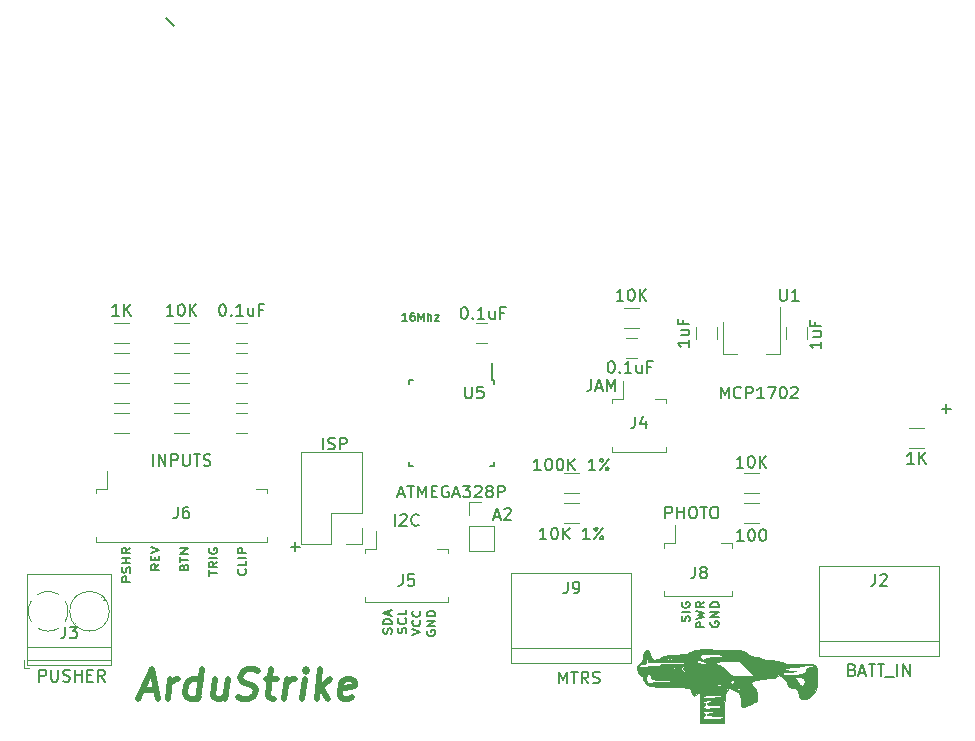
<source format=gto>
G04 #@! TF.FileFunction,Legend,Top*
%FSLAX46Y46*%
G04 Gerber Fmt 4.6, Leading zero omitted, Abs format (unit mm)*
G04 Created by KiCad (PCBNEW 4.0.7) date 08/08/19 18:58:54*
%MOMM*%
%LPD*%
G01*
G04 APERTURE LIST*
%ADD10C,0.100000*%
%ADD11C,0.175000*%
%ADD12C,0.200000*%
%ADD13C,0.150000*%
%ADD14C,0.500000*%
%ADD15C,0.120000*%
%ADD16C,0.010000*%
G04 APERTURE END LIST*
D10*
D11*
X188288333Y-115201476D02*
X188321667Y-115087190D01*
X188321667Y-114896714D01*
X188288333Y-114820524D01*
X188255000Y-114782428D01*
X188188333Y-114744333D01*
X188121667Y-114744333D01*
X188055000Y-114782428D01*
X188021667Y-114820524D01*
X187988333Y-114896714D01*
X187955000Y-115049095D01*
X187921667Y-115125286D01*
X187888333Y-115163381D01*
X187821667Y-115201476D01*
X187755000Y-115201476D01*
X187688333Y-115163381D01*
X187655000Y-115125286D01*
X187621667Y-115049095D01*
X187621667Y-114858619D01*
X187655000Y-114744333D01*
X188321667Y-114401476D02*
X187621667Y-114401476D01*
X187655000Y-113601476D02*
X187621667Y-113677667D01*
X187621667Y-113791952D01*
X187655000Y-113906238D01*
X187721667Y-113982429D01*
X187788333Y-114020524D01*
X187921667Y-114058619D01*
X188021667Y-114058619D01*
X188155000Y-114020524D01*
X188221667Y-113982429D01*
X188288333Y-113906238D01*
X188321667Y-113791952D01*
X188321667Y-113715762D01*
X188288333Y-113601476D01*
X188255000Y-113563381D01*
X188021667Y-113563381D01*
X188021667Y-113715762D01*
X189546667Y-115734810D02*
X188846667Y-115734810D01*
X188846667Y-115430048D01*
X188880000Y-115353857D01*
X188913333Y-115315762D01*
X188980000Y-115277667D01*
X189080000Y-115277667D01*
X189146667Y-115315762D01*
X189180000Y-115353857D01*
X189213333Y-115430048D01*
X189213333Y-115734810D01*
X188846667Y-115011000D02*
X189546667Y-114820524D01*
X189046667Y-114668143D01*
X189546667Y-114515762D01*
X188846667Y-114325286D01*
X189546667Y-113563381D02*
X189213333Y-113830048D01*
X189546667Y-114020524D02*
X188846667Y-114020524D01*
X188846667Y-113715762D01*
X188880000Y-113639571D01*
X188913333Y-113601476D01*
X188980000Y-113563381D01*
X189080000Y-113563381D01*
X189146667Y-113601476D01*
X189180000Y-113639571D01*
X189213333Y-113715762D01*
X189213333Y-114020524D01*
X190105000Y-115239571D02*
X190071667Y-115315762D01*
X190071667Y-115430047D01*
X190105000Y-115544333D01*
X190171667Y-115620524D01*
X190238333Y-115658619D01*
X190371667Y-115696714D01*
X190471667Y-115696714D01*
X190605000Y-115658619D01*
X190671667Y-115620524D01*
X190738333Y-115544333D01*
X190771667Y-115430047D01*
X190771667Y-115353857D01*
X190738333Y-115239571D01*
X190705000Y-115201476D01*
X190471667Y-115201476D01*
X190471667Y-115353857D01*
X190771667Y-114858619D02*
X190071667Y-114858619D01*
X190771667Y-114401476D01*
X190071667Y-114401476D01*
X190771667Y-114020524D02*
X190071667Y-114020524D01*
X190071667Y-113830048D01*
X190105000Y-113715762D01*
X190171667Y-113639571D01*
X190238333Y-113601476D01*
X190371667Y-113563381D01*
X190471667Y-113563381D01*
X190605000Y-113601476D01*
X190671667Y-113639571D01*
X190738333Y-113715762D01*
X190771667Y-113830048D01*
X190771667Y-114020524D01*
X163037833Y-116268238D02*
X163071167Y-116153952D01*
X163071167Y-115963476D01*
X163037833Y-115887286D01*
X163004500Y-115849190D01*
X162937833Y-115811095D01*
X162871167Y-115811095D01*
X162804500Y-115849190D01*
X162771167Y-115887286D01*
X162737833Y-115963476D01*
X162704500Y-116115857D01*
X162671167Y-116192048D01*
X162637833Y-116230143D01*
X162571167Y-116268238D01*
X162504500Y-116268238D01*
X162437833Y-116230143D01*
X162404500Y-116192048D01*
X162371167Y-116115857D01*
X162371167Y-115925381D01*
X162404500Y-115811095D01*
X163071167Y-115468238D02*
X162371167Y-115468238D01*
X162371167Y-115277762D01*
X162404500Y-115163476D01*
X162471167Y-115087285D01*
X162537833Y-115049190D01*
X162671167Y-115011095D01*
X162771167Y-115011095D01*
X162904500Y-115049190D01*
X162971167Y-115087285D01*
X163037833Y-115163476D01*
X163071167Y-115277762D01*
X163071167Y-115468238D01*
X162871167Y-114706333D02*
X162871167Y-114325381D01*
X163071167Y-114782524D02*
X162371167Y-114515857D01*
X163071167Y-114249190D01*
X164262833Y-116230143D02*
X164296167Y-116115857D01*
X164296167Y-115925381D01*
X164262833Y-115849191D01*
X164229500Y-115811095D01*
X164162833Y-115773000D01*
X164096167Y-115773000D01*
X164029500Y-115811095D01*
X163996167Y-115849191D01*
X163962833Y-115925381D01*
X163929500Y-116077762D01*
X163896167Y-116153953D01*
X163862833Y-116192048D01*
X163796167Y-116230143D01*
X163729500Y-116230143D01*
X163662833Y-116192048D01*
X163629500Y-116153953D01*
X163596167Y-116077762D01*
X163596167Y-115887286D01*
X163629500Y-115773000D01*
X164229500Y-114973000D02*
X164262833Y-115011095D01*
X164296167Y-115125381D01*
X164296167Y-115201571D01*
X164262833Y-115315857D01*
X164196167Y-115392048D01*
X164129500Y-115430143D01*
X163996167Y-115468238D01*
X163896167Y-115468238D01*
X163762833Y-115430143D01*
X163696167Y-115392048D01*
X163629500Y-115315857D01*
X163596167Y-115201571D01*
X163596167Y-115125381D01*
X163629500Y-115011095D01*
X163662833Y-114973000D01*
X164296167Y-114249190D02*
X164296167Y-114630143D01*
X163596167Y-114630143D01*
X164821167Y-116382524D02*
X165521167Y-116115857D01*
X164821167Y-115849190D01*
X165454500Y-115125381D02*
X165487833Y-115163476D01*
X165521167Y-115277762D01*
X165521167Y-115353952D01*
X165487833Y-115468238D01*
X165421167Y-115544429D01*
X165354500Y-115582524D01*
X165221167Y-115620619D01*
X165121167Y-115620619D01*
X164987833Y-115582524D01*
X164921167Y-115544429D01*
X164854500Y-115468238D01*
X164821167Y-115353952D01*
X164821167Y-115277762D01*
X164854500Y-115163476D01*
X164887833Y-115125381D01*
X165454500Y-114325381D02*
X165487833Y-114363476D01*
X165521167Y-114477762D01*
X165521167Y-114553952D01*
X165487833Y-114668238D01*
X165421167Y-114744429D01*
X165354500Y-114782524D01*
X165221167Y-114820619D01*
X165121167Y-114820619D01*
X164987833Y-114782524D01*
X164921167Y-114744429D01*
X164854500Y-114668238D01*
X164821167Y-114553952D01*
X164821167Y-114477762D01*
X164854500Y-114363476D01*
X164887833Y-114325381D01*
X166079500Y-116001571D02*
X166046167Y-116077762D01*
X166046167Y-116192047D01*
X166079500Y-116306333D01*
X166146167Y-116382524D01*
X166212833Y-116420619D01*
X166346167Y-116458714D01*
X166446167Y-116458714D01*
X166579500Y-116420619D01*
X166646167Y-116382524D01*
X166712833Y-116306333D01*
X166746167Y-116192047D01*
X166746167Y-116115857D01*
X166712833Y-116001571D01*
X166679500Y-115963476D01*
X166446167Y-115963476D01*
X166446167Y-116115857D01*
X166746167Y-115620619D02*
X166046167Y-115620619D01*
X166746167Y-115163476D01*
X166046167Y-115163476D01*
X166746167Y-114782524D02*
X166046167Y-114782524D01*
X166046167Y-114592048D01*
X166079500Y-114477762D01*
X166146167Y-114401571D01*
X166212833Y-114363476D01*
X166346167Y-114325381D01*
X166446167Y-114325381D01*
X166579500Y-114363476D01*
X166646167Y-114401571D01*
X166712833Y-114477762D01*
X166746167Y-114592048D01*
X166746167Y-114782524D01*
X140958667Y-111848524D02*
X140258667Y-111848524D01*
X140258667Y-111543762D01*
X140292000Y-111467571D01*
X140325333Y-111429476D01*
X140392000Y-111391381D01*
X140492000Y-111391381D01*
X140558667Y-111429476D01*
X140592000Y-111467571D01*
X140625333Y-111543762D01*
X140625333Y-111848524D01*
X140925333Y-111086619D02*
X140958667Y-110972333D01*
X140958667Y-110781857D01*
X140925333Y-110705667D01*
X140892000Y-110667571D01*
X140825333Y-110629476D01*
X140758667Y-110629476D01*
X140692000Y-110667571D01*
X140658667Y-110705667D01*
X140625333Y-110781857D01*
X140592000Y-110934238D01*
X140558667Y-111010429D01*
X140525333Y-111048524D01*
X140458667Y-111086619D01*
X140392000Y-111086619D01*
X140325333Y-111048524D01*
X140292000Y-111010429D01*
X140258667Y-110934238D01*
X140258667Y-110743762D01*
X140292000Y-110629476D01*
X140958667Y-110286619D02*
X140258667Y-110286619D01*
X140592000Y-110286619D02*
X140592000Y-109829476D01*
X140958667Y-109829476D02*
X140258667Y-109829476D01*
X140958667Y-108991381D02*
X140625333Y-109258048D01*
X140958667Y-109448524D02*
X140258667Y-109448524D01*
X140258667Y-109143762D01*
X140292000Y-109067571D01*
X140325333Y-109029476D01*
X140392000Y-108991381D01*
X140492000Y-108991381D01*
X140558667Y-109029476D01*
X140592000Y-109067571D01*
X140625333Y-109143762D01*
X140625333Y-109448524D01*
X143408667Y-110400905D02*
X143075333Y-110667572D01*
X143408667Y-110858048D02*
X142708667Y-110858048D01*
X142708667Y-110553286D01*
X142742000Y-110477095D01*
X142775333Y-110439000D01*
X142842000Y-110400905D01*
X142942000Y-110400905D01*
X143008667Y-110439000D01*
X143042000Y-110477095D01*
X143075333Y-110553286D01*
X143075333Y-110858048D01*
X143042000Y-110058048D02*
X143042000Y-109791381D01*
X143408667Y-109677095D02*
X143408667Y-110058048D01*
X142708667Y-110058048D01*
X142708667Y-109677095D01*
X142708667Y-109448524D02*
X143408667Y-109181857D01*
X142708667Y-108915190D01*
X145492000Y-110629476D02*
X145525333Y-110515190D01*
X145558667Y-110477095D01*
X145625333Y-110439000D01*
X145725333Y-110439000D01*
X145792000Y-110477095D01*
X145825333Y-110515190D01*
X145858667Y-110591381D01*
X145858667Y-110896143D01*
X145158667Y-110896143D01*
X145158667Y-110629476D01*
X145192000Y-110553286D01*
X145225333Y-110515190D01*
X145292000Y-110477095D01*
X145358667Y-110477095D01*
X145425333Y-110515190D01*
X145458667Y-110553286D01*
X145492000Y-110629476D01*
X145492000Y-110896143D01*
X145158667Y-110210429D02*
X145158667Y-109753286D01*
X145858667Y-109981857D02*
X145158667Y-109981857D01*
X145858667Y-109486619D02*
X145158667Y-109486619D01*
X145858667Y-109029476D01*
X145158667Y-109029476D01*
X147608667Y-111353286D02*
X147608667Y-110896143D01*
X148308667Y-111124714D02*
X147608667Y-111124714D01*
X148308667Y-110172333D02*
X147975333Y-110439000D01*
X148308667Y-110629476D02*
X147608667Y-110629476D01*
X147608667Y-110324714D01*
X147642000Y-110248523D01*
X147675333Y-110210428D01*
X147742000Y-110172333D01*
X147842000Y-110172333D01*
X147908667Y-110210428D01*
X147942000Y-110248523D01*
X147975333Y-110324714D01*
X147975333Y-110629476D01*
X148308667Y-109829476D02*
X147608667Y-109829476D01*
X147642000Y-109029476D02*
X147608667Y-109105667D01*
X147608667Y-109219952D01*
X147642000Y-109334238D01*
X147708667Y-109410429D01*
X147775333Y-109448524D01*
X147908667Y-109486619D01*
X148008667Y-109486619D01*
X148142000Y-109448524D01*
X148208667Y-109410429D01*
X148275333Y-109334238D01*
X148308667Y-109219952D01*
X148308667Y-109143762D01*
X148275333Y-109029476D01*
X148242000Y-108991381D01*
X148008667Y-108991381D01*
X148008667Y-109143762D01*
X150692000Y-110819952D02*
X150725333Y-110858047D01*
X150758667Y-110972333D01*
X150758667Y-111048523D01*
X150725333Y-111162809D01*
X150658667Y-111239000D01*
X150592000Y-111277095D01*
X150458667Y-111315190D01*
X150358667Y-111315190D01*
X150225333Y-111277095D01*
X150158667Y-111239000D01*
X150092000Y-111162809D01*
X150058667Y-111048523D01*
X150058667Y-110972333D01*
X150092000Y-110858047D01*
X150125333Y-110819952D01*
X150758667Y-110096142D02*
X150758667Y-110477095D01*
X150058667Y-110477095D01*
X150758667Y-109829476D02*
X150058667Y-109829476D01*
X150758667Y-109448524D02*
X150058667Y-109448524D01*
X150058667Y-109143762D01*
X150092000Y-109067571D01*
X150125333Y-109029476D01*
X150192000Y-108991381D01*
X150292000Y-108991381D01*
X150358667Y-109029476D01*
X150392000Y-109067571D01*
X150425333Y-109143762D01*
X150425333Y-109448524D01*
D12*
X154559048Y-108910429D02*
X155320953Y-108910429D01*
X154940001Y-109291381D02*
X154940001Y-108529476D01*
D13*
X144018000Y-64135000D02*
X144653000Y-64770000D01*
D12*
X209677048Y-97226429D02*
X210438953Y-97226429D01*
X210058001Y-97607381D02*
X210058001Y-96845476D01*
D14*
X141931357Y-121066667D02*
X143121834Y-121066667D01*
X141603976Y-121780952D02*
X142749810Y-119280952D01*
X143270643Y-121780952D01*
X144103976Y-121780952D02*
X144312309Y-120114286D01*
X144252786Y-120590476D02*
X144401595Y-120352381D01*
X144535523Y-120233333D01*
X144788500Y-120114286D01*
X145026595Y-120114286D01*
X146723024Y-121780952D02*
X147035524Y-119280952D01*
X146737905Y-121661905D02*
X146484928Y-121780952D01*
X146008738Y-121780952D01*
X145785524Y-121661905D01*
X145681357Y-121542857D01*
X145592071Y-121304762D01*
X145681357Y-120590476D01*
X145830166Y-120352381D01*
X145964095Y-120233333D01*
X146217071Y-120114286D01*
X146693261Y-120114286D01*
X146916476Y-120233333D01*
X149193262Y-120114286D02*
X148984929Y-121780952D01*
X148121833Y-120114286D02*
X147958143Y-121423810D01*
X148047429Y-121661905D01*
X148270643Y-121780952D01*
X148627786Y-121780952D01*
X148880762Y-121661905D01*
X149014691Y-121542857D01*
X150071238Y-121661905D02*
X150413500Y-121780952D01*
X151008738Y-121780952D01*
X151261715Y-121661905D01*
X151395643Y-121542857D01*
X151544453Y-121304762D01*
X151574215Y-121066667D01*
X151484929Y-120828571D01*
X151380763Y-120709524D01*
X151157548Y-120590476D01*
X150696238Y-120471429D01*
X150473024Y-120352381D01*
X150368857Y-120233333D01*
X150279571Y-119995238D01*
X150309333Y-119757143D01*
X150458143Y-119519048D01*
X150592072Y-119400000D01*
X150845048Y-119280952D01*
X151440286Y-119280952D01*
X151782548Y-119400000D01*
X152407547Y-120114286D02*
X153359928Y-120114286D01*
X152868857Y-119280952D02*
X152601000Y-121423810D01*
X152690286Y-121661905D01*
X152913500Y-121780952D01*
X153151595Y-121780952D01*
X153984928Y-121780952D02*
X154193261Y-120114286D01*
X154133738Y-120590476D02*
X154282547Y-120352381D01*
X154416475Y-120233333D01*
X154669452Y-120114286D01*
X154907547Y-120114286D01*
X155532547Y-121780952D02*
X155740880Y-120114286D01*
X155845047Y-119280952D02*
X155711118Y-119400000D01*
X155815285Y-119519048D01*
X155949214Y-119400000D01*
X155845047Y-119280952D01*
X155815285Y-119519048D01*
X156723023Y-121780952D02*
X157035523Y-119280952D01*
X157080166Y-120828571D02*
X157675404Y-121780952D01*
X157883737Y-120114286D02*
X156812309Y-121066667D01*
X159714095Y-121661905D02*
X159461119Y-121780952D01*
X158984928Y-121780952D01*
X158761714Y-121661905D01*
X158672428Y-121423810D01*
X158791475Y-120471429D01*
X158940285Y-120233333D01*
X159193261Y-120114286D01*
X159669452Y-120114286D01*
X159892666Y-120233333D01*
X159981952Y-120471429D01*
X159952191Y-120709524D01*
X158731952Y-120947619D01*
D15*
X183388000Y-117475000D02*
X173228000Y-117475000D01*
X183388000Y-118745000D02*
X183388000Y-111125000D01*
X183388000Y-111125000D02*
X173228000Y-111125000D01*
X173228000Y-111125000D02*
X173228000Y-118745000D01*
X173228000Y-118745000D02*
X183388000Y-118745000D01*
D16*
G36*
X190604794Y-117605769D02*
X190796582Y-117609793D01*
X191579891Y-117628649D01*
X192149870Y-117650238D01*
X192548446Y-117680345D01*
X192817548Y-117724755D01*
X192999103Y-117789255D01*
X193135039Y-117879629D01*
X193205225Y-117942155D01*
X193524033Y-118146981D01*
X193846090Y-118229341D01*
X194120811Y-118266486D01*
X194248566Y-118338122D01*
X194400317Y-118401646D01*
X194736571Y-118466668D01*
X195186989Y-118519853D01*
X195224379Y-118523074D01*
X195702614Y-118581625D01*
X196093228Y-118662837D01*
X196313827Y-118749448D01*
X196317074Y-118752046D01*
X196538610Y-118831218D01*
X196963369Y-118857611D01*
X197614456Y-118832720D01*
X198251358Y-118801301D01*
X198675910Y-118828336D01*
X198929942Y-118948623D01*
X199055281Y-119196965D01*
X199093757Y-119608160D01*
X199090448Y-120060705D01*
X199071670Y-120581243D01*
X199026798Y-120922318D01*
X198934910Y-121159689D01*
X198775087Y-121369118D01*
X198709924Y-121438701D01*
X198379912Y-121686310D01*
X198040861Y-121793298D01*
X197757013Y-121758070D01*
X197592614Y-121579034D01*
X197574692Y-121466856D01*
X197484432Y-121122303D01*
X197269707Y-120883475D01*
X196997651Y-120821821D01*
X196973641Y-120827143D01*
X196739964Y-120791967D01*
X196665965Y-120676469D01*
X196570540Y-120463010D01*
X196876804Y-120463010D01*
X196940623Y-120526829D01*
X197004442Y-120463010D01*
X196940623Y-120399191D01*
X196876804Y-120463010D01*
X196570540Y-120463010D01*
X196448278Y-120189520D01*
X196330707Y-120058822D01*
X196536435Y-120058822D01*
X196553956Y-120134703D01*
X196621527Y-120143914D01*
X196726588Y-120097213D01*
X196706619Y-120058822D01*
X196555143Y-120043546D01*
X196536435Y-120058822D01*
X196330707Y-120058822D01*
X196178243Y-119889337D01*
X196175982Y-119888638D01*
X197119089Y-119888638D01*
X197469260Y-120347736D01*
X197690867Y-120620023D01*
X197826530Y-120709722D01*
X197935397Y-120644283D01*
X197981363Y-120585381D01*
X198073914Y-120299002D01*
X198016111Y-120126282D01*
X197774507Y-119931513D01*
X197504008Y-119888638D01*
X197119089Y-119888638D01*
X196175982Y-119888638D01*
X195886531Y-119799187D01*
X195646644Y-119903242D01*
X195448515Y-119976108D01*
X195071775Y-120047065D01*
X194592806Y-120102207D01*
X194523168Y-120107781D01*
X193953546Y-120177442D01*
X193627111Y-120288158D01*
X193533643Y-120450131D01*
X193662925Y-120673563D01*
X193813487Y-120816309D01*
X193970343Y-121048508D01*
X194044973Y-121356379D01*
X194043458Y-121670553D01*
X193971878Y-121921665D01*
X193836315Y-122040347D01*
X193708939Y-122008938D01*
X193534902Y-122020843D01*
X193483490Y-122076126D01*
X193465264Y-122164500D01*
X193558211Y-122122306D01*
X193665270Y-122088837D01*
X193634218Y-122166404D01*
X193440519Y-122295056D01*
X193320929Y-122313763D01*
X193049048Y-122388586D01*
X192959954Y-122452523D01*
X192800894Y-122505712D01*
X192685745Y-122350577D01*
X192639262Y-122033354D01*
X192643657Y-121922538D01*
X193334229Y-121922538D01*
X193351688Y-121930849D01*
X193468169Y-121840994D01*
X193494392Y-121803211D01*
X193526917Y-121683883D01*
X193509457Y-121675572D01*
X193392977Y-121765427D01*
X193366753Y-121803211D01*
X193334229Y-121922538D01*
X192643657Y-121922538D01*
X192645899Y-121866041D01*
X192579908Y-121458815D01*
X192384831Y-121210853D01*
X192104686Y-121015040D01*
X191846800Y-120902211D01*
X192281829Y-120902211D01*
X192374483Y-121032187D01*
X192409467Y-121037382D01*
X192533787Y-120993833D01*
X192537105Y-120981095D01*
X192447665Y-120872122D01*
X192409467Y-120845924D01*
X192291851Y-120856044D01*
X192281829Y-120902211D01*
X191846800Y-120902211D01*
X191795932Y-120879956D01*
X191534197Y-120828067D01*
X191395109Y-120881837D01*
X191388362Y-120914844D01*
X191474103Y-120993306D01*
X191547909Y-120971630D01*
X191591966Y-120972759D01*
X191484090Y-121073897D01*
X191379394Y-121200404D01*
X191312605Y-121407076D01*
X191275995Y-121745030D01*
X191261835Y-122265377D01*
X191260723Y-122551201D01*
X191260723Y-123845422D01*
X189218512Y-123845422D01*
X189218512Y-122973143D01*
X189346150Y-122973143D01*
X189425155Y-123036613D01*
X189473789Y-123015773D01*
X189591593Y-123021608D01*
X189601427Y-123064527D01*
X189507633Y-123242674D01*
X189460162Y-123279472D01*
X189377651Y-123389623D01*
X189526885Y-123462738D01*
X189886364Y-123493921D01*
X190354342Y-123483080D01*
X190762121Y-123443098D01*
X191044030Y-123382320D01*
X191133085Y-123323532D01*
X191017665Y-123259838D01*
X190719932Y-123217594D01*
X190431075Y-123207231D01*
X189974405Y-123179417D01*
X189761987Y-123112641D01*
X189790939Y-123031897D01*
X190058378Y-122962183D01*
X190462985Y-122930497D01*
X191196904Y-122909040D01*
X190431075Y-122833370D01*
X189879185Y-122792926D01*
X189540138Y-122807373D01*
X189376457Y-122881540D01*
X189346150Y-122973143D01*
X189218512Y-122973143D01*
X189218512Y-122537130D01*
X189345863Y-122537130D01*
X189462307Y-122578730D01*
X189769077Y-122598356D01*
X190201869Y-122592168D01*
X190239330Y-122590475D01*
X190679812Y-122554268D01*
X190999014Y-122498816D01*
X191132375Y-122435645D01*
X191133085Y-122430928D01*
X191017666Y-122366761D01*
X190719936Y-122324204D01*
X190431075Y-122313763D01*
X189978790Y-122284775D01*
X189763258Y-122215653D01*
X189787573Y-122133168D01*
X190054831Y-122064086D01*
X190399166Y-122037682D01*
X191069266Y-122016878D01*
X190367256Y-121939863D01*
X189830157Y-121898029D01*
X189506736Y-121919537D01*
X189362206Y-122009150D01*
X189346150Y-122079676D01*
X189425155Y-122143145D01*
X189473789Y-122122306D01*
X189583060Y-122151242D01*
X189601427Y-122242412D01*
X189534787Y-122417048D01*
X189473789Y-122441402D01*
X189349416Y-122514933D01*
X189345863Y-122537130D01*
X189218512Y-122537130D01*
X189218512Y-122485438D01*
X189217034Y-121885339D01*
X189209537Y-121602992D01*
X189355434Y-121602992D01*
X189407460Y-121673128D01*
X189695583Y-121705721D01*
X190211258Y-121698313D01*
X190240365Y-121696968D01*
X190674991Y-121660865D01*
X190968142Y-121605827D01*
X191065090Y-121542470D01*
X191062768Y-121537420D01*
X190901959Y-121471015D01*
X190578154Y-121431804D01*
X190182424Y-121422173D01*
X189805840Y-121444504D01*
X189548047Y-121497771D01*
X189355434Y-121602992D01*
X189209537Y-121602992D01*
X189206885Y-121503145D01*
X189179494Y-121301486D01*
X189126292Y-121242990D01*
X189038707Y-121290286D01*
X188960220Y-121359206D01*
X188708103Y-121499812D01*
X188529632Y-121396750D01*
X188431454Y-121101402D01*
X188387744Y-120983482D01*
X188281610Y-120898463D01*
X188076896Y-120841150D01*
X187737449Y-120806350D01*
X187227113Y-120788866D01*
X186509734Y-120783505D01*
X186219015Y-120783513D01*
X185471618Y-120758822D01*
X185215042Y-120718286D01*
X189856703Y-120718286D01*
X189920522Y-120782105D01*
X189984341Y-120718286D01*
X190111980Y-120718286D01*
X190175799Y-120782105D01*
X190239618Y-120718286D01*
X190175799Y-120654467D01*
X190111980Y-120718286D01*
X189984341Y-120718286D01*
X189920522Y-120654467D01*
X189856703Y-120718286D01*
X185215042Y-120718286D01*
X184944851Y-120675599D01*
X184883610Y-120647795D01*
X190435199Y-120647795D01*
X190479050Y-120710875D01*
X190659805Y-120711352D01*
X190869783Y-120659727D01*
X190980171Y-120594651D01*
X190930716Y-120541448D01*
X190778976Y-120526829D01*
X190527893Y-120578032D01*
X190435199Y-120647795D01*
X184883610Y-120647795D01*
X184608543Y-120522914D01*
X184432525Y-120289840D01*
X184392947Y-120122045D01*
X184326984Y-119963943D01*
X184614813Y-119963943D01*
X184655735Y-120221529D01*
X184785105Y-120402296D01*
X184846904Y-120427493D01*
X185068954Y-120431472D01*
X185134090Y-120399633D01*
X185284426Y-120362222D01*
X185619135Y-120334800D01*
X186067350Y-120323040D01*
X186091377Y-120322965D01*
X186551033Y-120340139D01*
X186908318Y-120386945D01*
X187088159Y-120453390D01*
X187090290Y-120455913D01*
X187158061Y-120493646D01*
X187143835Y-120399191D01*
X187070416Y-120317381D01*
X191696384Y-120317381D01*
X191706900Y-120398289D01*
X191890534Y-120521502D01*
X191895772Y-120518518D01*
X192440761Y-120518518D01*
X192458221Y-120526829D01*
X192574701Y-120436974D01*
X192600924Y-120399191D01*
X192633449Y-120279863D01*
X192615990Y-120271552D01*
X192499509Y-120361407D01*
X192473286Y-120399191D01*
X192440761Y-120518518D01*
X191895772Y-120518518D01*
X192080568Y-120413263D01*
X192095620Y-120390699D01*
X192124437Y-120211811D01*
X192112633Y-120207733D01*
X192281829Y-120207733D01*
X192345648Y-120271552D01*
X192409467Y-120207733D01*
X192345648Y-120143914D01*
X192281829Y-120207733D01*
X192112633Y-120207733D01*
X191966894Y-120157385D01*
X191832510Y-120191064D01*
X191696384Y-120317381D01*
X187070416Y-120317381D01*
X187051471Y-120296272D01*
X186812885Y-120228214D01*
X186385562Y-120186139D01*
X186049194Y-120170662D01*
X185532555Y-120146424D01*
X185220761Y-120109663D01*
X185063384Y-120046492D01*
X185009996Y-119943021D01*
X185006452Y-119883476D01*
X184925376Y-119679423D01*
X184814995Y-119633361D01*
X184666510Y-119733300D01*
X184614813Y-119963943D01*
X184326984Y-119963943D01*
X184269476Y-119826109D01*
X184105761Y-119722127D01*
X183914990Y-119561631D01*
X183896493Y-119489788D01*
X185167255Y-119489788D01*
X185260756Y-119428613D01*
X185277567Y-119412122D01*
X185353535Y-119286022D01*
X187565112Y-119286022D01*
X187644308Y-119420631D01*
X187809003Y-119510195D01*
X187857711Y-119467778D01*
X188277101Y-119467778D01*
X188452683Y-119485570D01*
X188546295Y-119475207D01*
X188890957Y-119475207D01*
X189016418Y-119495647D01*
X189181967Y-119472179D01*
X189183944Y-119428608D01*
X189013114Y-119398139D01*
X188939304Y-119418532D01*
X188890957Y-119475207D01*
X188546295Y-119475207D01*
X188633882Y-119465511D01*
X188612231Y-119421191D01*
X188350911Y-119404333D01*
X188293135Y-119421191D01*
X188277101Y-119467778D01*
X187857711Y-119467778D01*
X187882050Y-119446583D01*
X187824793Y-119326678D01*
X187744116Y-119161446D01*
X187836970Y-119084863D01*
X188277101Y-119084863D01*
X188452683Y-119102655D01*
X188546290Y-119092293D01*
X188890957Y-119092293D01*
X189016418Y-119112732D01*
X189181967Y-119089265D01*
X189183944Y-119045694D01*
X189013114Y-119015224D01*
X188939304Y-119035617D01*
X188890957Y-119092293D01*
X188546290Y-119092293D01*
X188633882Y-119082597D01*
X188612231Y-119038276D01*
X188350911Y-119021418D01*
X188293135Y-119038276D01*
X188277101Y-119084863D01*
X187836970Y-119084863D01*
X187841074Y-119081479D01*
X187897391Y-119024173D01*
X187782583Y-119005247D01*
X187597737Y-119089073D01*
X187565112Y-119286022D01*
X185353535Y-119286022D01*
X185378386Y-119244773D01*
X185365467Y-119186628D01*
X186027558Y-119186628D01*
X186091377Y-119250447D01*
X186155196Y-119186628D01*
X186921025Y-119186628D01*
X186984844Y-119250447D01*
X187048663Y-119186628D01*
X186984844Y-119122809D01*
X186921025Y-119186628D01*
X186155196Y-119186628D01*
X186091377Y-119122809D01*
X186027558Y-119186628D01*
X185365467Y-119186628D01*
X185364716Y-119183250D01*
X185269770Y-119221554D01*
X185206116Y-119340671D01*
X185167255Y-119489788D01*
X183896493Y-119489788D01*
X183843127Y-119282518D01*
X183890111Y-118992031D01*
X183893402Y-118988167D01*
X183985346Y-118988167D01*
X184097948Y-119049933D01*
X184381435Y-119063500D01*
X184527809Y-119052908D01*
X184964645Y-119016881D01*
X185356771Y-118998687D01*
X185421276Y-118998119D01*
X185676010Y-118968223D01*
X185771995Y-118901469D01*
X185890235Y-118863906D01*
X186208800Y-118841758D01*
X186673067Y-118837500D01*
X187015311Y-118845103D01*
X187530535Y-118853756D01*
X187921838Y-118843884D01*
X188139940Y-118817735D01*
X188165105Y-118792684D01*
X187995014Y-118742981D01*
X187620423Y-118697821D01*
X187092103Y-118660383D01*
X186706316Y-118644165D01*
X188867114Y-118644165D01*
X189030307Y-118742806D01*
X189440056Y-118810725D01*
X189923835Y-118841441D01*
X190434067Y-118866634D01*
X190766953Y-118913551D01*
X191000355Y-119009649D01*
X191212138Y-119182385D01*
X191381430Y-119355422D01*
X191624254Y-119598377D01*
X191829917Y-119740157D01*
X192078701Y-119807663D01*
X192450888Y-119827800D01*
X192792382Y-119828247D01*
X193749668Y-119824819D01*
X193601298Y-119674927D01*
X196098082Y-119674927D01*
X196325638Y-119746054D01*
X196366251Y-119753336D01*
X196798980Y-119783822D01*
X197289688Y-119756922D01*
X197731003Y-119683620D01*
X197998305Y-119586379D01*
X198141350Y-119384376D01*
X198153186Y-119306733D01*
X198264374Y-119160851D01*
X198472281Y-119122809D01*
X198712059Y-119073580D01*
X198791377Y-118978857D01*
X198679001Y-118893315D01*
X198338048Y-118907986D01*
X198272724Y-118917842D01*
X197843146Y-118979057D01*
X197309735Y-119045217D01*
X196996342Y-119079976D01*
X196539643Y-119150071D01*
X196295433Y-119233033D01*
X196274197Y-119313293D01*
X196486421Y-119375287D01*
X196781075Y-119399541D01*
X197323537Y-119420998D01*
X196812985Y-119467827D01*
X196354141Y-119527898D01*
X196111711Y-119599570D01*
X196098082Y-119674927D01*
X193601298Y-119674927D01*
X192473286Y-118535345D01*
X191624216Y-118541891D01*
X191206997Y-118558123D01*
X190923315Y-118594466D01*
X190833419Y-118643123D01*
X190834010Y-118644165D01*
X190752552Y-118696182D01*
X190480819Y-118730949D01*
X190190864Y-118739894D01*
X189788933Y-118718404D01*
X189499816Y-118663094D01*
X189409970Y-118612256D01*
X189314337Y-118548437D01*
X190111980Y-118548437D01*
X190175799Y-118612256D01*
X190239618Y-118548437D01*
X190367256Y-118548437D01*
X190431075Y-118612256D01*
X190494894Y-118548437D01*
X190431075Y-118484618D01*
X190367256Y-118548437D01*
X190239618Y-118548437D01*
X190175799Y-118484618D01*
X190111980Y-118548437D01*
X189314337Y-118548437D01*
X189251305Y-118506374D01*
X189038433Y-118489652D01*
X188883009Y-118555528D01*
X188867114Y-118644165D01*
X186706316Y-118644165D01*
X186460827Y-118633845D01*
X185777367Y-118621385D01*
X185429391Y-118621445D01*
X184767405Y-118626007D01*
X184716928Y-118140488D01*
X184686368Y-117872579D01*
X184667902Y-117827833D01*
X184654258Y-118018462D01*
X184644994Y-118261251D01*
X184619452Y-118628522D01*
X184552106Y-118807216D01*
X184405512Y-118863995D01*
X184304442Y-118867532D01*
X184064533Y-118908843D01*
X183985346Y-118988167D01*
X183893402Y-118988167D01*
X184055883Y-118797413D01*
X184106288Y-118778628D01*
X184282624Y-118658835D01*
X184372980Y-118377721D01*
X184393473Y-118184296D01*
X184441845Y-117839198D01*
X184543356Y-117684604D01*
X184687357Y-117654969D01*
X184878686Y-117721739D01*
X184969353Y-117962295D01*
X184982629Y-118069794D01*
X185088854Y-118389378D01*
X185324385Y-118489031D01*
X185530892Y-118420799D01*
X186410472Y-118420799D01*
X186474291Y-118484618D01*
X186538110Y-118420799D01*
X186665748Y-118420799D01*
X186729568Y-118484618D01*
X186793387Y-118420799D01*
X187176301Y-118420799D01*
X187240120Y-118484618D01*
X187303939Y-118420799D01*
X187282666Y-118399526D01*
X187601762Y-118399526D01*
X187619283Y-118475406D01*
X187686854Y-118484618D01*
X187791915Y-118437917D01*
X187771946Y-118399526D01*
X187620469Y-118384250D01*
X187601762Y-118399526D01*
X187282666Y-118399526D01*
X187240120Y-118356980D01*
X187176301Y-118420799D01*
X186793387Y-118420799D01*
X186729568Y-118356980D01*
X186665748Y-118420799D01*
X186538110Y-118420799D01*
X186474291Y-118356980D01*
X186410472Y-118420799D01*
X185530892Y-118420799D01*
X185688746Y-118368643D01*
X185856218Y-118268242D01*
X186010037Y-118204574D01*
X189175770Y-118204574D01*
X189299619Y-118384809D01*
X189466366Y-118483643D01*
X189481884Y-118484618D01*
X189639052Y-118392616D01*
X189665246Y-118356980D01*
X189815921Y-118293160D01*
X193175296Y-118293160D01*
X193239115Y-118356980D01*
X193302934Y-118293160D01*
X193239115Y-118229341D01*
X193175296Y-118293160D01*
X189815921Y-118293160D01*
X189825778Y-118288985D01*
X190161821Y-118242685D01*
X190509960Y-118229341D01*
X190946810Y-118210360D01*
X191175176Y-118156738D01*
X191180106Y-118144249D01*
X192707290Y-118144249D01*
X192724810Y-118220130D01*
X192792382Y-118229341D01*
X192897442Y-118182641D01*
X192877474Y-118144249D01*
X192725997Y-118128973D01*
X192707290Y-118144249D01*
X191180106Y-118144249D01*
X191196904Y-118101703D01*
X191041779Y-118043343D01*
X190710968Y-118001756D01*
X190283614Y-117978655D01*
X189838864Y-117975749D01*
X189455862Y-117994749D01*
X189213753Y-118037365D01*
X189177074Y-118058050D01*
X189175770Y-118204574D01*
X186010037Y-118204574D01*
X186180435Y-118134044D01*
X186674741Y-118059760D01*
X187185520Y-118038547D01*
X187752565Y-118015522D01*
X188126610Y-117956759D01*
X188173597Y-117936120D01*
X192489161Y-117936120D01*
X192664743Y-117953912D01*
X192845942Y-117933853D01*
X192824291Y-117889533D01*
X192562972Y-117872674D01*
X192505196Y-117889533D01*
X192489161Y-117936120D01*
X188173597Y-117936120D01*
X188368815Y-117850371D01*
X188439076Y-117794922D01*
X188557132Y-117709262D01*
X188718124Y-117649514D01*
X188962718Y-117612485D01*
X189331582Y-117594980D01*
X189865385Y-117593806D01*
X190604794Y-117605769D01*
X190604794Y-117605769D01*
G37*
X190604794Y-117605769D02*
X190796582Y-117609793D01*
X191579891Y-117628649D01*
X192149870Y-117650238D01*
X192548446Y-117680345D01*
X192817548Y-117724755D01*
X192999103Y-117789255D01*
X193135039Y-117879629D01*
X193205225Y-117942155D01*
X193524033Y-118146981D01*
X193846090Y-118229341D01*
X194120811Y-118266486D01*
X194248566Y-118338122D01*
X194400317Y-118401646D01*
X194736571Y-118466668D01*
X195186989Y-118519853D01*
X195224379Y-118523074D01*
X195702614Y-118581625D01*
X196093228Y-118662837D01*
X196313827Y-118749448D01*
X196317074Y-118752046D01*
X196538610Y-118831218D01*
X196963369Y-118857611D01*
X197614456Y-118832720D01*
X198251358Y-118801301D01*
X198675910Y-118828336D01*
X198929942Y-118948623D01*
X199055281Y-119196965D01*
X199093757Y-119608160D01*
X199090448Y-120060705D01*
X199071670Y-120581243D01*
X199026798Y-120922318D01*
X198934910Y-121159689D01*
X198775087Y-121369118D01*
X198709924Y-121438701D01*
X198379912Y-121686310D01*
X198040861Y-121793298D01*
X197757013Y-121758070D01*
X197592614Y-121579034D01*
X197574692Y-121466856D01*
X197484432Y-121122303D01*
X197269707Y-120883475D01*
X196997651Y-120821821D01*
X196973641Y-120827143D01*
X196739964Y-120791967D01*
X196665965Y-120676469D01*
X196570540Y-120463010D01*
X196876804Y-120463010D01*
X196940623Y-120526829D01*
X197004442Y-120463010D01*
X196940623Y-120399191D01*
X196876804Y-120463010D01*
X196570540Y-120463010D01*
X196448278Y-120189520D01*
X196330707Y-120058822D01*
X196536435Y-120058822D01*
X196553956Y-120134703D01*
X196621527Y-120143914D01*
X196726588Y-120097213D01*
X196706619Y-120058822D01*
X196555143Y-120043546D01*
X196536435Y-120058822D01*
X196330707Y-120058822D01*
X196178243Y-119889337D01*
X196175982Y-119888638D01*
X197119089Y-119888638D01*
X197469260Y-120347736D01*
X197690867Y-120620023D01*
X197826530Y-120709722D01*
X197935397Y-120644283D01*
X197981363Y-120585381D01*
X198073914Y-120299002D01*
X198016111Y-120126282D01*
X197774507Y-119931513D01*
X197504008Y-119888638D01*
X197119089Y-119888638D01*
X196175982Y-119888638D01*
X195886531Y-119799187D01*
X195646644Y-119903242D01*
X195448515Y-119976108D01*
X195071775Y-120047065D01*
X194592806Y-120102207D01*
X194523168Y-120107781D01*
X193953546Y-120177442D01*
X193627111Y-120288158D01*
X193533643Y-120450131D01*
X193662925Y-120673563D01*
X193813487Y-120816309D01*
X193970343Y-121048508D01*
X194044973Y-121356379D01*
X194043458Y-121670553D01*
X193971878Y-121921665D01*
X193836315Y-122040347D01*
X193708939Y-122008938D01*
X193534902Y-122020843D01*
X193483490Y-122076126D01*
X193465264Y-122164500D01*
X193558211Y-122122306D01*
X193665270Y-122088837D01*
X193634218Y-122166404D01*
X193440519Y-122295056D01*
X193320929Y-122313763D01*
X193049048Y-122388586D01*
X192959954Y-122452523D01*
X192800894Y-122505712D01*
X192685745Y-122350577D01*
X192639262Y-122033354D01*
X192643657Y-121922538D01*
X193334229Y-121922538D01*
X193351688Y-121930849D01*
X193468169Y-121840994D01*
X193494392Y-121803211D01*
X193526917Y-121683883D01*
X193509457Y-121675572D01*
X193392977Y-121765427D01*
X193366753Y-121803211D01*
X193334229Y-121922538D01*
X192643657Y-121922538D01*
X192645899Y-121866041D01*
X192579908Y-121458815D01*
X192384831Y-121210853D01*
X192104686Y-121015040D01*
X191846800Y-120902211D01*
X192281829Y-120902211D01*
X192374483Y-121032187D01*
X192409467Y-121037382D01*
X192533787Y-120993833D01*
X192537105Y-120981095D01*
X192447665Y-120872122D01*
X192409467Y-120845924D01*
X192291851Y-120856044D01*
X192281829Y-120902211D01*
X191846800Y-120902211D01*
X191795932Y-120879956D01*
X191534197Y-120828067D01*
X191395109Y-120881837D01*
X191388362Y-120914844D01*
X191474103Y-120993306D01*
X191547909Y-120971630D01*
X191591966Y-120972759D01*
X191484090Y-121073897D01*
X191379394Y-121200404D01*
X191312605Y-121407076D01*
X191275995Y-121745030D01*
X191261835Y-122265377D01*
X191260723Y-122551201D01*
X191260723Y-123845422D01*
X189218512Y-123845422D01*
X189218512Y-122973143D01*
X189346150Y-122973143D01*
X189425155Y-123036613D01*
X189473789Y-123015773D01*
X189591593Y-123021608D01*
X189601427Y-123064527D01*
X189507633Y-123242674D01*
X189460162Y-123279472D01*
X189377651Y-123389623D01*
X189526885Y-123462738D01*
X189886364Y-123493921D01*
X190354342Y-123483080D01*
X190762121Y-123443098D01*
X191044030Y-123382320D01*
X191133085Y-123323532D01*
X191017665Y-123259838D01*
X190719932Y-123217594D01*
X190431075Y-123207231D01*
X189974405Y-123179417D01*
X189761987Y-123112641D01*
X189790939Y-123031897D01*
X190058378Y-122962183D01*
X190462985Y-122930497D01*
X191196904Y-122909040D01*
X190431075Y-122833370D01*
X189879185Y-122792926D01*
X189540138Y-122807373D01*
X189376457Y-122881540D01*
X189346150Y-122973143D01*
X189218512Y-122973143D01*
X189218512Y-122537130D01*
X189345863Y-122537130D01*
X189462307Y-122578730D01*
X189769077Y-122598356D01*
X190201869Y-122592168D01*
X190239330Y-122590475D01*
X190679812Y-122554268D01*
X190999014Y-122498816D01*
X191132375Y-122435645D01*
X191133085Y-122430928D01*
X191017666Y-122366761D01*
X190719936Y-122324204D01*
X190431075Y-122313763D01*
X189978790Y-122284775D01*
X189763258Y-122215653D01*
X189787573Y-122133168D01*
X190054831Y-122064086D01*
X190399166Y-122037682D01*
X191069266Y-122016878D01*
X190367256Y-121939863D01*
X189830157Y-121898029D01*
X189506736Y-121919537D01*
X189362206Y-122009150D01*
X189346150Y-122079676D01*
X189425155Y-122143145D01*
X189473789Y-122122306D01*
X189583060Y-122151242D01*
X189601427Y-122242412D01*
X189534787Y-122417048D01*
X189473789Y-122441402D01*
X189349416Y-122514933D01*
X189345863Y-122537130D01*
X189218512Y-122537130D01*
X189218512Y-122485438D01*
X189217034Y-121885339D01*
X189209537Y-121602992D01*
X189355434Y-121602992D01*
X189407460Y-121673128D01*
X189695583Y-121705721D01*
X190211258Y-121698313D01*
X190240365Y-121696968D01*
X190674991Y-121660865D01*
X190968142Y-121605827D01*
X191065090Y-121542470D01*
X191062768Y-121537420D01*
X190901959Y-121471015D01*
X190578154Y-121431804D01*
X190182424Y-121422173D01*
X189805840Y-121444504D01*
X189548047Y-121497771D01*
X189355434Y-121602992D01*
X189209537Y-121602992D01*
X189206885Y-121503145D01*
X189179494Y-121301486D01*
X189126292Y-121242990D01*
X189038707Y-121290286D01*
X188960220Y-121359206D01*
X188708103Y-121499812D01*
X188529632Y-121396750D01*
X188431454Y-121101402D01*
X188387744Y-120983482D01*
X188281610Y-120898463D01*
X188076896Y-120841150D01*
X187737449Y-120806350D01*
X187227113Y-120788866D01*
X186509734Y-120783505D01*
X186219015Y-120783513D01*
X185471618Y-120758822D01*
X185215042Y-120718286D01*
X189856703Y-120718286D01*
X189920522Y-120782105D01*
X189984341Y-120718286D01*
X190111980Y-120718286D01*
X190175799Y-120782105D01*
X190239618Y-120718286D01*
X190175799Y-120654467D01*
X190111980Y-120718286D01*
X189984341Y-120718286D01*
X189920522Y-120654467D01*
X189856703Y-120718286D01*
X185215042Y-120718286D01*
X184944851Y-120675599D01*
X184883610Y-120647795D01*
X190435199Y-120647795D01*
X190479050Y-120710875D01*
X190659805Y-120711352D01*
X190869783Y-120659727D01*
X190980171Y-120594651D01*
X190930716Y-120541448D01*
X190778976Y-120526829D01*
X190527893Y-120578032D01*
X190435199Y-120647795D01*
X184883610Y-120647795D01*
X184608543Y-120522914D01*
X184432525Y-120289840D01*
X184392947Y-120122045D01*
X184326984Y-119963943D01*
X184614813Y-119963943D01*
X184655735Y-120221529D01*
X184785105Y-120402296D01*
X184846904Y-120427493D01*
X185068954Y-120431472D01*
X185134090Y-120399633D01*
X185284426Y-120362222D01*
X185619135Y-120334800D01*
X186067350Y-120323040D01*
X186091377Y-120322965D01*
X186551033Y-120340139D01*
X186908318Y-120386945D01*
X187088159Y-120453390D01*
X187090290Y-120455913D01*
X187158061Y-120493646D01*
X187143835Y-120399191D01*
X187070416Y-120317381D01*
X191696384Y-120317381D01*
X191706900Y-120398289D01*
X191890534Y-120521502D01*
X191895772Y-120518518D01*
X192440761Y-120518518D01*
X192458221Y-120526829D01*
X192574701Y-120436974D01*
X192600924Y-120399191D01*
X192633449Y-120279863D01*
X192615990Y-120271552D01*
X192499509Y-120361407D01*
X192473286Y-120399191D01*
X192440761Y-120518518D01*
X191895772Y-120518518D01*
X192080568Y-120413263D01*
X192095620Y-120390699D01*
X192124437Y-120211811D01*
X192112633Y-120207733D01*
X192281829Y-120207733D01*
X192345648Y-120271552D01*
X192409467Y-120207733D01*
X192345648Y-120143914D01*
X192281829Y-120207733D01*
X192112633Y-120207733D01*
X191966894Y-120157385D01*
X191832510Y-120191064D01*
X191696384Y-120317381D01*
X187070416Y-120317381D01*
X187051471Y-120296272D01*
X186812885Y-120228214D01*
X186385562Y-120186139D01*
X186049194Y-120170662D01*
X185532555Y-120146424D01*
X185220761Y-120109663D01*
X185063384Y-120046492D01*
X185009996Y-119943021D01*
X185006452Y-119883476D01*
X184925376Y-119679423D01*
X184814995Y-119633361D01*
X184666510Y-119733300D01*
X184614813Y-119963943D01*
X184326984Y-119963943D01*
X184269476Y-119826109D01*
X184105761Y-119722127D01*
X183914990Y-119561631D01*
X183896493Y-119489788D01*
X185167255Y-119489788D01*
X185260756Y-119428613D01*
X185277567Y-119412122D01*
X185353535Y-119286022D01*
X187565112Y-119286022D01*
X187644308Y-119420631D01*
X187809003Y-119510195D01*
X187857711Y-119467778D01*
X188277101Y-119467778D01*
X188452683Y-119485570D01*
X188546295Y-119475207D01*
X188890957Y-119475207D01*
X189016418Y-119495647D01*
X189181967Y-119472179D01*
X189183944Y-119428608D01*
X189013114Y-119398139D01*
X188939304Y-119418532D01*
X188890957Y-119475207D01*
X188546295Y-119475207D01*
X188633882Y-119465511D01*
X188612231Y-119421191D01*
X188350911Y-119404333D01*
X188293135Y-119421191D01*
X188277101Y-119467778D01*
X187857711Y-119467778D01*
X187882050Y-119446583D01*
X187824793Y-119326678D01*
X187744116Y-119161446D01*
X187836970Y-119084863D01*
X188277101Y-119084863D01*
X188452683Y-119102655D01*
X188546290Y-119092293D01*
X188890957Y-119092293D01*
X189016418Y-119112732D01*
X189181967Y-119089265D01*
X189183944Y-119045694D01*
X189013114Y-119015224D01*
X188939304Y-119035617D01*
X188890957Y-119092293D01*
X188546290Y-119092293D01*
X188633882Y-119082597D01*
X188612231Y-119038276D01*
X188350911Y-119021418D01*
X188293135Y-119038276D01*
X188277101Y-119084863D01*
X187836970Y-119084863D01*
X187841074Y-119081479D01*
X187897391Y-119024173D01*
X187782583Y-119005247D01*
X187597737Y-119089073D01*
X187565112Y-119286022D01*
X185353535Y-119286022D01*
X185378386Y-119244773D01*
X185365467Y-119186628D01*
X186027558Y-119186628D01*
X186091377Y-119250447D01*
X186155196Y-119186628D01*
X186921025Y-119186628D01*
X186984844Y-119250447D01*
X187048663Y-119186628D01*
X186984844Y-119122809D01*
X186921025Y-119186628D01*
X186155196Y-119186628D01*
X186091377Y-119122809D01*
X186027558Y-119186628D01*
X185365467Y-119186628D01*
X185364716Y-119183250D01*
X185269770Y-119221554D01*
X185206116Y-119340671D01*
X185167255Y-119489788D01*
X183896493Y-119489788D01*
X183843127Y-119282518D01*
X183890111Y-118992031D01*
X183893402Y-118988167D01*
X183985346Y-118988167D01*
X184097948Y-119049933D01*
X184381435Y-119063500D01*
X184527809Y-119052908D01*
X184964645Y-119016881D01*
X185356771Y-118998687D01*
X185421276Y-118998119D01*
X185676010Y-118968223D01*
X185771995Y-118901469D01*
X185890235Y-118863906D01*
X186208800Y-118841758D01*
X186673067Y-118837500D01*
X187015311Y-118845103D01*
X187530535Y-118853756D01*
X187921838Y-118843884D01*
X188139940Y-118817735D01*
X188165105Y-118792684D01*
X187995014Y-118742981D01*
X187620423Y-118697821D01*
X187092103Y-118660383D01*
X186706316Y-118644165D01*
X188867114Y-118644165D01*
X189030307Y-118742806D01*
X189440056Y-118810725D01*
X189923835Y-118841441D01*
X190434067Y-118866634D01*
X190766953Y-118913551D01*
X191000355Y-119009649D01*
X191212138Y-119182385D01*
X191381430Y-119355422D01*
X191624254Y-119598377D01*
X191829917Y-119740157D01*
X192078701Y-119807663D01*
X192450888Y-119827800D01*
X192792382Y-119828247D01*
X193749668Y-119824819D01*
X193601298Y-119674927D01*
X196098082Y-119674927D01*
X196325638Y-119746054D01*
X196366251Y-119753336D01*
X196798980Y-119783822D01*
X197289688Y-119756922D01*
X197731003Y-119683620D01*
X197998305Y-119586379D01*
X198141350Y-119384376D01*
X198153186Y-119306733D01*
X198264374Y-119160851D01*
X198472281Y-119122809D01*
X198712059Y-119073580D01*
X198791377Y-118978857D01*
X198679001Y-118893315D01*
X198338048Y-118907986D01*
X198272724Y-118917842D01*
X197843146Y-118979057D01*
X197309735Y-119045217D01*
X196996342Y-119079976D01*
X196539643Y-119150071D01*
X196295433Y-119233033D01*
X196274197Y-119313293D01*
X196486421Y-119375287D01*
X196781075Y-119399541D01*
X197323537Y-119420998D01*
X196812985Y-119467827D01*
X196354141Y-119527898D01*
X196111711Y-119599570D01*
X196098082Y-119674927D01*
X193601298Y-119674927D01*
X192473286Y-118535345D01*
X191624216Y-118541891D01*
X191206997Y-118558123D01*
X190923315Y-118594466D01*
X190833419Y-118643123D01*
X190834010Y-118644165D01*
X190752552Y-118696182D01*
X190480819Y-118730949D01*
X190190864Y-118739894D01*
X189788933Y-118718404D01*
X189499816Y-118663094D01*
X189409970Y-118612256D01*
X189314337Y-118548437D01*
X190111980Y-118548437D01*
X190175799Y-118612256D01*
X190239618Y-118548437D01*
X190367256Y-118548437D01*
X190431075Y-118612256D01*
X190494894Y-118548437D01*
X190431075Y-118484618D01*
X190367256Y-118548437D01*
X190239618Y-118548437D01*
X190175799Y-118484618D01*
X190111980Y-118548437D01*
X189314337Y-118548437D01*
X189251305Y-118506374D01*
X189038433Y-118489652D01*
X188883009Y-118555528D01*
X188867114Y-118644165D01*
X186706316Y-118644165D01*
X186460827Y-118633845D01*
X185777367Y-118621385D01*
X185429391Y-118621445D01*
X184767405Y-118626007D01*
X184716928Y-118140488D01*
X184686368Y-117872579D01*
X184667902Y-117827833D01*
X184654258Y-118018462D01*
X184644994Y-118261251D01*
X184619452Y-118628522D01*
X184552106Y-118807216D01*
X184405512Y-118863995D01*
X184304442Y-118867532D01*
X184064533Y-118908843D01*
X183985346Y-118988167D01*
X183893402Y-118988167D01*
X184055883Y-118797413D01*
X184106288Y-118778628D01*
X184282624Y-118658835D01*
X184372980Y-118377721D01*
X184393473Y-118184296D01*
X184441845Y-117839198D01*
X184543356Y-117684604D01*
X184687357Y-117654969D01*
X184878686Y-117721739D01*
X184969353Y-117962295D01*
X184982629Y-118069794D01*
X185088854Y-118389378D01*
X185324385Y-118489031D01*
X185530892Y-118420799D01*
X186410472Y-118420799D01*
X186474291Y-118484618D01*
X186538110Y-118420799D01*
X186665748Y-118420799D01*
X186729568Y-118484618D01*
X186793387Y-118420799D01*
X187176301Y-118420799D01*
X187240120Y-118484618D01*
X187303939Y-118420799D01*
X187282666Y-118399526D01*
X187601762Y-118399526D01*
X187619283Y-118475406D01*
X187686854Y-118484618D01*
X187791915Y-118437917D01*
X187771946Y-118399526D01*
X187620469Y-118384250D01*
X187601762Y-118399526D01*
X187282666Y-118399526D01*
X187240120Y-118356980D01*
X187176301Y-118420799D01*
X186793387Y-118420799D01*
X186729568Y-118356980D01*
X186665748Y-118420799D01*
X186538110Y-118420799D01*
X186474291Y-118356980D01*
X186410472Y-118420799D01*
X185530892Y-118420799D01*
X185688746Y-118368643D01*
X185856218Y-118268242D01*
X186010037Y-118204574D01*
X189175770Y-118204574D01*
X189299619Y-118384809D01*
X189466366Y-118483643D01*
X189481884Y-118484618D01*
X189639052Y-118392616D01*
X189665246Y-118356980D01*
X189815921Y-118293160D01*
X193175296Y-118293160D01*
X193239115Y-118356980D01*
X193302934Y-118293160D01*
X193239115Y-118229341D01*
X193175296Y-118293160D01*
X189815921Y-118293160D01*
X189825778Y-118288985D01*
X190161821Y-118242685D01*
X190509960Y-118229341D01*
X190946810Y-118210360D01*
X191175176Y-118156738D01*
X191180106Y-118144249D01*
X192707290Y-118144249D01*
X192724810Y-118220130D01*
X192792382Y-118229341D01*
X192897442Y-118182641D01*
X192877474Y-118144249D01*
X192725997Y-118128973D01*
X192707290Y-118144249D01*
X191180106Y-118144249D01*
X191196904Y-118101703D01*
X191041779Y-118043343D01*
X190710968Y-118001756D01*
X190283614Y-117978655D01*
X189838864Y-117975749D01*
X189455862Y-117994749D01*
X189213753Y-118037365D01*
X189177074Y-118058050D01*
X189175770Y-118204574D01*
X186010037Y-118204574D01*
X186180435Y-118134044D01*
X186674741Y-118059760D01*
X187185520Y-118038547D01*
X187752565Y-118015522D01*
X188126610Y-117956759D01*
X188173597Y-117936120D01*
X192489161Y-117936120D01*
X192664743Y-117953912D01*
X192845942Y-117933853D01*
X192824291Y-117889533D01*
X192562972Y-117872674D01*
X192505196Y-117889533D01*
X192489161Y-117936120D01*
X188173597Y-117936120D01*
X188368815Y-117850371D01*
X188439076Y-117794922D01*
X188557132Y-117709262D01*
X188718124Y-117649514D01*
X188962718Y-117612485D01*
X189331582Y-117594980D01*
X189865385Y-117593806D01*
X190604794Y-117605769D01*
D15*
X134888264Y-115789721D02*
G75*
G02X133998000Y-116045000I-890264J1424721D01*
G01*
X135423505Y-113474807D02*
G75*
G02X135423000Y-115256000I-1425505J-890193D01*
G01*
X133108106Y-112939642D02*
G75*
G02X134864000Y-112925000I889894J-1425358D01*
G01*
X132572642Y-115254894D02*
G75*
G02X132558000Y-113499000I1425358J889894D01*
G01*
X134026674Y-116045099D02*
G75*
G02X133132000Y-115805000I-28674J1680099D01*
G01*
X139178000Y-114365000D02*
G75*
G03X139178000Y-114365000I-1680000J0D01*
G01*
X132188000Y-118465000D02*
X139308000Y-118465000D01*
X132188000Y-117365000D02*
X139308000Y-117365000D01*
X132188000Y-111205000D02*
X139308000Y-111205000D01*
X132188000Y-118925000D02*
X139308000Y-118925000D01*
X132188000Y-111205000D02*
X132188000Y-118925000D01*
X139308000Y-111205000D02*
X139308000Y-118925000D01*
X138773000Y-113296000D02*
X138644000Y-113424000D01*
X136523000Y-115546000D02*
X136429000Y-115639000D01*
X138568000Y-113090000D02*
X138474000Y-113184000D01*
X136353000Y-115306000D02*
X136224000Y-115434000D01*
X131948000Y-118525000D02*
X131948000Y-119165000D01*
X131948000Y-119165000D02*
X132348000Y-119165000D01*
X160588000Y-100905000D02*
X155388000Y-100905000D01*
X160588000Y-106045000D02*
X160588000Y-100905000D01*
X155388000Y-108645000D02*
X155388000Y-100905000D01*
X160588000Y-106045000D02*
X157988000Y-106045000D01*
X157988000Y-106045000D02*
X157988000Y-108645000D01*
X157988000Y-108645000D02*
X155388000Y-108645000D01*
X160588000Y-107315000D02*
X160588000Y-108645000D01*
X160588000Y-108645000D02*
X159258000Y-108645000D01*
X169628000Y-109232000D02*
X171748000Y-109232000D01*
X169628000Y-107172000D02*
X169628000Y-109232000D01*
X171748000Y-107172000D02*
X171748000Y-109232000D01*
X169628000Y-107172000D02*
X171748000Y-107172000D01*
X169628000Y-106172000D02*
X169628000Y-105112000D01*
X169628000Y-105112000D02*
X170688000Y-105112000D01*
X209423000Y-116840000D02*
X199263000Y-116840000D01*
X209423000Y-118110000D02*
X209423000Y-110490000D01*
X209423000Y-110490000D02*
X199263000Y-110490000D01*
X199263000Y-110490000D02*
X199263000Y-118110000D01*
X199263000Y-118110000D02*
X209423000Y-118110000D01*
X198208000Y-91305000D02*
X198208000Y-90305000D01*
X196508000Y-90305000D02*
X196508000Y-91305000D01*
X190588000Y-91305000D02*
X190588000Y-90305000D01*
X188888000Y-90305000D02*
X188888000Y-91305000D01*
X171188000Y-89955000D02*
X170188000Y-89955000D01*
X170188000Y-91655000D02*
X171188000Y-91655000D01*
X150868000Y-89955000D02*
X149868000Y-89955000D01*
X149868000Y-91655000D02*
X150868000Y-91655000D01*
X150868000Y-92495000D02*
X149868000Y-92495000D01*
X149868000Y-94195000D02*
X150868000Y-94195000D01*
X150868000Y-97575000D02*
X149868000Y-97575000D01*
X149868000Y-99275000D02*
X150868000Y-99275000D01*
X182888000Y-92925000D02*
X183888000Y-92925000D01*
X183888000Y-91225000D02*
X182888000Y-91225000D01*
X150868000Y-95035000D02*
X149868000Y-95035000D01*
X149868000Y-96735000D02*
X150868000Y-96735000D01*
X208118000Y-100575000D02*
X206918000Y-100575000D01*
X206918000Y-98815000D02*
X208118000Y-98815000D01*
X145888000Y-91685000D02*
X144688000Y-91685000D01*
X144688000Y-89925000D02*
X145888000Y-89925000D01*
X140808000Y-91685000D02*
X139608000Y-91685000D01*
X139608000Y-89925000D02*
X140808000Y-89925000D01*
X145888000Y-94225000D02*
X144688000Y-94225000D01*
X144688000Y-92465000D02*
X145888000Y-92465000D01*
X140808000Y-94225000D02*
X139608000Y-94225000D01*
X139608000Y-92465000D02*
X140808000Y-92465000D01*
X178908000Y-104385000D02*
X177708000Y-104385000D01*
X177708000Y-102625000D02*
X178908000Y-102625000D01*
X145888000Y-99305000D02*
X144688000Y-99305000D01*
X144688000Y-97545000D02*
X145888000Y-97545000D01*
X140808000Y-99305000D02*
X139608000Y-99305000D01*
X139608000Y-97545000D02*
X140808000Y-97545000D01*
X178908000Y-106925000D02*
X177708000Y-106925000D01*
X177708000Y-105165000D02*
X178908000Y-105165000D01*
X183988000Y-90415000D02*
X182788000Y-90415000D01*
X182788000Y-88655000D02*
X183988000Y-88655000D01*
X140808000Y-96765000D02*
X139608000Y-96765000D01*
X139608000Y-95005000D02*
X140808000Y-95005000D01*
X145888000Y-96765000D02*
X144688000Y-96765000D01*
X144688000Y-95005000D02*
X145888000Y-95005000D01*
X192948000Y-102625000D02*
X194148000Y-102625000D01*
X194148000Y-104385000D02*
X192948000Y-104385000D01*
X192948000Y-105165000D02*
X194148000Y-105165000D01*
X194148000Y-106925000D02*
X192948000Y-106925000D01*
X192348000Y-92585000D02*
X191148000Y-92585000D01*
X191148000Y-92585000D02*
X191148000Y-89885000D01*
X195948000Y-88585000D02*
X195948000Y-92585000D01*
X195948000Y-92585000D02*
X194748000Y-92585000D01*
D13*
X171773000Y-94800000D02*
X171548000Y-94800000D01*
X171773000Y-102050000D02*
X171448000Y-102050000D01*
X164523000Y-102050000D02*
X164848000Y-102050000D01*
X164523000Y-94800000D02*
X164848000Y-94800000D01*
X171773000Y-94800000D02*
X171773000Y-95125000D01*
X164523000Y-94800000D02*
X164523000Y-95125000D01*
X164523000Y-102050000D02*
X164523000Y-101725000D01*
X171773000Y-102050000D02*
X171773000Y-101725000D01*
X171548000Y-94800000D02*
X171548000Y-93375000D01*
D15*
X166913000Y-109055000D02*
X167863000Y-109055000D01*
X167863000Y-109055000D02*
X167863000Y-109455000D01*
X161763000Y-109055000D02*
X160813000Y-109055000D01*
X160813000Y-109055000D02*
X160813000Y-109455000D01*
X167863000Y-113155000D02*
X167863000Y-113555000D01*
X167863000Y-113555000D02*
X164338000Y-113555000D01*
X160813000Y-113155000D02*
X160813000Y-113555000D01*
X160813000Y-113555000D02*
X164338000Y-113555000D01*
X161763000Y-109055000D02*
X161763000Y-107555000D01*
X185348000Y-96355000D02*
X186298000Y-96355000D01*
X186298000Y-96355000D02*
X186298000Y-96755000D01*
X182698000Y-96355000D02*
X181748000Y-96355000D01*
X181748000Y-96355000D02*
X181748000Y-96755000D01*
X186298000Y-100455000D02*
X186298000Y-100855000D01*
X186298000Y-100855000D02*
X184023000Y-100855000D01*
X181748000Y-100455000D02*
X181748000Y-100855000D01*
X181748000Y-100855000D02*
X184023000Y-100855000D01*
X182698000Y-96355000D02*
X182698000Y-94855000D01*
X190948000Y-108565000D02*
X191898000Y-108565000D01*
X191898000Y-108565000D02*
X191898000Y-108965000D01*
X187048000Y-108565000D02*
X186098000Y-108565000D01*
X186098000Y-108565000D02*
X186098000Y-108965000D01*
X191898000Y-112665000D02*
X191898000Y-113065000D01*
X191898000Y-113065000D02*
X188998000Y-113065000D01*
X186098000Y-112665000D02*
X186098000Y-113065000D01*
X186098000Y-113065000D02*
X188998000Y-113065000D01*
X187048000Y-108565000D02*
X187048000Y-107065000D01*
X151613000Y-103975000D02*
X152563000Y-103975000D01*
X152563000Y-103975000D02*
X152563000Y-104375000D01*
X138963000Y-103975000D02*
X138013000Y-103975000D01*
X138013000Y-103975000D02*
X138013000Y-104375000D01*
X152563000Y-108075000D02*
X152563000Y-108475000D01*
X152563000Y-108475000D02*
X145288000Y-108475000D01*
X138013000Y-108075000D02*
X138013000Y-108475000D01*
X138013000Y-108475000D02*
X145288000Y-108475000D01*
X138963000Y-103975000D02*
X138963000Y-102475000D01*
D13*
X177974667Y-111847381D02*
X177974667Y-112561667D01*
X177927047Y-112704524D01*
X177831809Y-112799762D01*
X177688952Y-112847381D01*
X177593714Y-112847381D01*
X178498476Y-112847381D02*
X178688952Y-112847381D01*
X178784191Y-112799762D01*
X178831810Y-112752143D01*
X178927048Y-112609286D01*
X178974667Y-112418810D01*
X178974667Y-112037857D01*
X178927048Y-111942619D01*
X178879429Y-111895000D01*
X178784191Y-111847381D01*
X178593714Y-111847381D01*
X178498476Y-111895000D01*
X178450857Y-111942619D01*
X178403238Y-112037857D01*
X178403238Y-112275952D01*
X178450857Y-112371190D01*
X178498476Y-112418810D01*
X178593714Y-112466429D01*
X178784191Y-112466429D01*
X178879429Y-112418810D01*
X178927048Y-112371190D01*
X178974667Y-112275952D01*
X177252524Y-120467381D02*
X177252524Y-119467381D01*
X177585858Y-120181667D01*
X177919191Y-119467381D01*
X177919191Y-120467381D01*
X178252524Y-119467381D02*
X178823953Y-119467381D01*
X178538238Y-120467381D02*
X178538238Y-119467381D01*
X179728715Y-120467381D02*
X179395381Y-119991190D01*
X179157286Y-120467381D02*
X179157286Y-119467381D01*
X179538239Y-119467381D01*
X179633477Y-119515000D01*
X179681096Y-119562619D01*
X179728715Y-119657857D01*
X179728715Y-119800714D01*
X179681096Y-119895952D01*
X179633477Y-119943571D01*
X179538239Y-119991190D01*
X179157286Y-119991190D01*
X180109667Y-120419762D02*
X180252524Y-120467381D01*
X180490620Y-120467381D01*
X180585858Y-120419762D01*
X180633477Y-120372143D01*
X180681096Y-120276905D01*
X180681096Y-120181667D01*
X180633477Y-120086429D01*
X180585858Y-120038810D01*
X180490620Y-119991190D01*
X180300143Y-119943571D01*
X180204905Y-119895952D01*
X180157286Y-119848333D01*
X180109667Y-119753095D01*
X180109667Y-119657857D01*
X180157286Y-119562619D01*
X180204905Y-119515000D01*
X180300143Y-119467381D01*
X180538239Y-119467381D01*
X180681096Y-119515000D01*
X135429667Y-115657381D02*
X135429667Y-116371667D01*
X135382047Y-116514524D01*
X135286809Y-116609762D01*
X135143952Y-116657381D01*
X135048714Y-116657381D01*
X135810619Y-115657381D02*
X136429667Y-115657381D01*
X136096333Y-116038333D01*
X136239191Y-116038333D01*
X136334429Y-116085952D01*
X136382048Y-116133571D01*
X136429667Y-116228810D01*
X136429667Y-116466905D01*
X136382048Y-116562143D01*
X136334429Y-116609762D01*
X136239191Y-116657381D01*
X135953476Y-116657381D01*
X135858238Y-116609762D01*
X135810619Y-116562143D01*
X133259905Y-120317381D02*
X133259905Y-119317381D01*
X133640858Y-119317381D01*
X133736096Y-119365000D01*
X133783715Y-119412619D01*
X133831334Y-119507857D01*
X133831334Y-119650714D01*
X133783715Y-119745952D01*
X133736096Y-119793571D01*
X133640858Y-119841190D01*
X133259905Y-119841190D01*
X134259905Y-119317381D02*
X134259905Y-120126905D01*
X134307524Y-120222143D01*
X134355143Y-120269762D01*
X134450381Y-120317381D01*
X134640858Y-120317381D01*
X134736096Y-120269762D01*
X134783715Y-120222143D01*
X134831334Y-120126905D01*
X134831334Y-119317381D01*
X135259905Y-120269762D02*
X135402762Y-120317381D01*
X135640858Y-120317381D01*
X135736096Y-120269762D01*
X135783715Y-120222143D01*
X135831334Y-120126905D01*
X135831334Y-120031667D01*
X135783715Y-119936429D01*
X135736096Y-119888810D01*
X135640858Y-119841190D01*
X135450381Y-119793571D01*
X135355143Y-119745952D01*
X135307524Y-119698333D01*
X135259905Y-119603095D01*
X135259905Y-119507857D01*
X135307524Y-119412619D01*
X135355143Y-119365000D01*
X135450381Y-119317381D01*
X135688477Y-119317381D01*
X135831334Y-119365000D01*
X136259905Y-120317381D02*
X136259905Y-119317381D01*
X136259905Y-119793571D02*
X136831334Y-119793571D01*
X136831334Y-120317381D02*
X136831334Y-119317381D01*
X137307524Y-119793571D02*
X137640858Y-119793571D01*
X137783715Y-120317381D02*
X137307524Y-120317381D01*
X137307524Y-119317381D01*
X137783715Y-119317381D01*
X138783715Y-120317381D02*
X138450381Y-119841190D01*
X138212286Y-120317381D02*
X138212286Y-119317381D01*
X138593239Y-119317381D01*
X138688477Y-119365000D01*
X138736096Y-119412619D01*
X138783715Y-119507857D01*
X138783715Y-119650714D01*
X138736096Y-119745952D01*
X138688477Y-119793571D01*
X138593239Y-119841190D01*
X138212286Y-119841190D01*
X157265810Y-100655381D02*
X157265810Y-99655381D01*
X157694381Y-100607762D02*
X157837238Y-100655381D01*
X158075334Y-100655381D01*
X158170572Y-100607762D01*
X158218191Y-100560143D01*
X158265810Y-100464905D01*
X158265810Y-100369667D01*
X158218191Y-100274429D01*
X158170572Y-100226810D01*
X158075334Y-100179190D01*
X157884857Y-100131571D01*
X157789619Y-100083952D01*
X157742000Y-100036333D01*
X157694381Y-99941095D01*
X157694381Y-99845857D01*
X157742000Y-99750619D01*
X157789619Y-99703000D01*
X157884857Y-99655381D01*
X158122953Y-99655381D01*
X158265810Y-99703000D01*
X158694381Y-100655381D02*
X158694381Y-99655381D01*
X159075334Y-99655381D01*
X159170572Y-99703000D01*
X159218191Y-99750619D01*
X159265810Y-99845857D01*
X159265810Y-99988714D01*
X159218191Y-100083952D01*
X159170572Y-100131571D01*
X159075334Y-100179190D01*
X158694381Y-100179190D01*
X171751714Y-106338667D02*
X172227905Y-106338667D01*
X171656476Y-106624381D02*
X171989809Y-105624381D01*
X172323143Y-106624381D01*
X172608857Y-105719619D02*
X172656476Y-105672000D01*
X172751714Y-105624381D01*
X172989810Y-105624381D01*
X173085048Y-105672000D01*
X173132667Y-105719619D01*
X173180286Y-105814857D01*
X173180286Y-105910095D01*
X173132667Y-106052952D01*
X172561238Y-106624381D01*
X173180286Y-106624381D01*
X204009667Y-111212381D02*
X204009667Y-111926667D01*
X203962047Y-112069524D01*
X203866809Y-112164762D01*
X203723952Y-112212381D01*
X203628714Y-112212381D01*
X204438238Y-111307619D02*
X204485857Y-111260000D01*
X204581095Y-111212381D01*
X204819191Y-111212381D01*
X204914429Y-111260000D01*
X204962048Y-111307619D01*
X205009667Y-111402857D01*
X205009667Y-111498095D01*
X204962048Y-111640952D01*
X204390619Y-112212381D01*
X205009667Y-112212381D01*
X202081096Y-119308571D02*
X202223953Y-119356190D01*
X202271572Y-119403810D01*
X202319191Y-119499048D01*
X202319191Y-119641905D01*
X202271572Y-119737143D01*
X202223953Y-119784762D01*
X202128715Y-119832381D01*
X201747762Y-119832381D01*
X201747762Y-118832381D01*
X202081096Y-118832381D01*
X202176334Y-118880000D01*
X202223953Y-118927619D01*
X202271572Y-119022857D01*
X202271572Y-119118095D01*
X202223953Y-119213333D01*
X202176334Y-119260952D01*
X202081096Y-119308571D01*
X201747762Y-119308571D01*
X202700143Y-119546667D02*
X203176334Y-119546667D01*
X202604905Y-119832381D02*
X202938238Y-118832381D01*
X203271572Y-119832381D01*
X203462048Y-118832381D02*
X204033477Y-118832381D01*
X203747762Y-119832381D02*
X203747762Y-118832381D01*
X204223953Y-118832381D02*
X204795382Y-118832381D01*
X204509667Y-119832381D02*
X204509667Y-118832381D01*
X204890620Y-119927619D02*
X205652525Y-119927619D01*
X205890620Y-119832381D02*
X205890620Y-118832381D01*
X206366810Y-119832381D02*
X206366810Y-118832381D01*
X206938239Y-119832381D01*
X206938239Y-118832381D01*
X199461381Y-91527238D02*
X199461381Y-92098667D01*
X199461381Y-91812953D02*
X198461381Y-91812953D01*
X198604238Y-91908191D01*
X198699476Y-92003429D01*
X198747095Y-92098667D01*
X198794714Y-90670095D02*
X199461381Y-90670095D01*
X198794714Y-91098667D02*
X199318524Y-91098667D01*
X199413762Y-91051048D01*
X199461381Y-90955810D01*
X199461381Y-90812952D01*
X199413762Y-90717714D01*
X199366143Y-90670095D01*
X198937571Y-89860571D02*
X198937571Y-90193905D01*
X199461381Y-90193905D02*
X198461381Y-90193905D01*
X198461381Y-89717714D01*
X188285381Y-91400238D02*
X188285381Y-91971667D01*
X188285381Y-91685953D02*
X187285381Y-91685953D01*
X187428238Y-91781191D01*
X187523476Y-91876429D01*
X187571095Y-91971667D01*
X187618714Y-90543095D02*
X188285381Y-90543095D01*
X187618714Y-90971667D02*
X188142524Y-90971667D01*
X188237762Y-90924048D01*
X188285381Y-90828810D01*
X188285381Y-90685952D01*
X188237762Y-90590714D01*
X188190143Y-90543095D01*
X187761571Y-89733571D02*
X187761571Y-90066905D01*
X188285381Y-90066905D02*
X187285381Y-90066905D01*
X187285381Y-89590714D01*
X169172143Y-88606381D02*
X169267382Y-88606381D01*
X169362620Y-88654000D01*
X169410239Y-88701619D01*
X169457858Y-88796857D01*
X169505477Y-88987333D01*
X169505477Y-89225429D01*
X169457858Y-89415905D01*
X169410239Y-89511143D01*
X169362620Y-89558762D01*
X169267382Y-89606381D01*
X169172143Y-89606381D01*
X169076905Y-89558762D01*
X169029286Y-89511143D01*
X168981667Y-89415905D01*
X168934048Y-89225429D01*
X168934048Y-88987333D01*
X168981667Y-88796857D01*
X169029286Y-88701619D01*
X169076905Y-88654000D01*
X169172143Y-88606381D01*
X169934048Y-89511143D02*
X169981667Y-89558762D01*
X169934048Y-89606381D01*
X169886429Y-89558762D01*
X169934048Y-89511143D01*
X169934048Y-89606381D01*
X170934048Y-89606381D02*
X170362619Y-89606381D01*
X170648333Y-89606381D02*
X170648333Y-88606381D01*
X170553095Y-88749238D01*
X170457857Y-88844476D01*
X170362619Y-88892095D01*
X171791191Y-88939714D02*
X171791191Y-89606381D01*
X171362619Y-88939714D02*
X171362619Y-89463524D01*
X171410238Y-89558762D01*
X171505476Y-89606381D01*
X171648334Y-89606381D01*
X171743572Y-89558762D01*
X171791191Y-89511143D01*
X172600715Y-89082571D02*
X172267381Y-89082571D01*
X172267381Y-89606381D02*
X172267381Y-88606381D01*
X172743572Y-88606381D01*
X148725143Y-88352381D02*
X148820382Y-88352381D01*
X148915620Y-88400000D01*
X148963239Y-88447619D01*
X149010858Y-88542857D01*
X149058477Y-88733333D01*
X149058477Y-88971429D01*
X149010858Y-89161905D01*
X148963239Y-89257143D01*
X148915620Y-89304762D01*
X148820382Y-89352381D01*
X148725143Y-89352381D01*
X148629905Y-89304762D01*
X148582286Y-89257143D01*
X148534667Y-89161905D01*
X148487048Y-88971429D01*
X148487048Y-88733333D01*
X148534667Y-88542857D01*
X148582286Y-88447619D01*
X148629905Y-88400000D01*
X148725143Y-88352381D01*
X149487048Y-89257143D02*
X149534667Y-89304762D01*
X149487048Y-89352381D01*
X149439429Y-89304762D01*
X149487048Y-89257143D01*
X149487048Y-89352381D01*
X150487048Y-89352381D02*
X149915619Y-89352381D01*
X150201333Y-89352381D02*
X150201333Y-88352381D01*
X150106095Y-88495238D01*
X150010857Y-88590476D01*
X149915619Y-88638095D01*
X151344191Y-88685714D02*
X151344191Y-89352381D01*
X150915619Y-88685714D02*
X150915619Y-89209524D01*
X150963238Y-89304762D01*
X151058476Y-89352381D01*
X151201334Y-89352381D01*
X151296572Y-89304762D01*
X151344191Y-89257143D01*
X152153715Y-88828571D02*
X151820381Y-88828571D01*
X151820381Y-89352381D02*
X151820381Y-88352381D01*
X152296572Y-88352381D01*
X181618143Y-93178381D02*
X181713382Y-93178381D01*
X181808620Y-93226000D01*
X181856239Y-93273619D01*
X181903858Y-93368857D01*
X181951477Y-93559333D01*
X181951477Y-93797429D01*
X181903858Y-93987905D01*
X181856239Y-94083143D01*
X181808620Y-94130762D01*
X181713382Y-94178381D01*
X181618143Y-94178381D01*
X181522905Y-94130762D01*
X181475286Y-94083143D01*
X181427667Y-93987905D01*
X181380048Y-93797429D01*
X181380048Y-93559333D01*
X181427667Y-93368857D01*
X181475286Y-93273619D01*
X181522905Y-93226000D01*
X181618143Y-93178381D01*
X182380048Y-94083143D02*
X182427667Y-94130762D01*
X182380048Y-94178381D01*
X182332429Y-94130762D01*
X182380048Y-94083143D01*
X182380048Y-94178381D01*
X183380048Y-94178381D02*
X182808619Y-94178381D01*
X183094333Y-94178381D02*
X183094333Y-93178381D01*
X182999095Y-93321238D01*
X182903857Y-93416476D01*
X182808619Y-93464095D01*
X184237191Y-93511714D02*
X184237191Y-94178381D01*
X183808619Y-93511714D02*
X183808619Y-94035524D01*
X183856238Y-94130762D01*
X183951476Y-94178381D01*
X184094334Y-94178381D01*
X184189572Y-94130762D01*
X184237191Y-94083143D01*
X185046715Y-93654571D02*
X184713381Y-93654571D01*
X184713381Y-94178381D02*
X184713381Y-93178381D01*
X185189572Y-93178381D01*
X207303715Y-101897381D02*
X206732286Y-101897381D01*
X207018000Y-101897381D02*
X207018000Y-100897381D01*
X206922762Y-101040238D01*
X206827524Y-101135476D01*
X206732286Y-101183095D01*
X207732286Y-101897381D02*
X207732286Y-100897381D01*
X208303715Y-101897381D02*
X207875143Y-101325952D01*
X208303715Y-100897381D02*
X207732286Y-101468810D01*
X144597524Y-89352381D02*
X144026095Y-89352381D01*
X144311809Y-89352381D02*
X144311809Y-88352381D01*
X144216571Y-88495238D01*
X144121333Y-88590476D01*
X144026095Y-88638095D01*
X145216571Y-88352381D02*
X145311810Y-88352381D01*
X145407048Y-88400000D01*
X145454667Y-88447619D01*
X145502286Y-88542857D01*
X145549905Y-88733333D01*
X145549905Y-88971429D01*
X145502286Y-89161905D01*
X145454667Y-89257143D01*
X145407048Y-89304762D01*
X145311810Y-89352381D01*
X145216571Y-89352381D01*
X145121333Y-89304762D01*
X145073714Y-89257143D01*
X145026095Y-89161905D01*
X144978476Y-88971429D01*
X144978476Y-88733333D01*
X145026095Y-88542857D01*
X145073714Y-88447619D01*
X145121333Y-88400000D01*
X145216571Y-88352381D01*
X145978476Y-89352381D02*
X145978476Y-88352381D01*
X146549905Y-89352381D02*
X146121333Y-88780952D01*
X146549905Y-88352381D02*
X145978476Y-88923810D01*
X139993715Y-89352381D02*
X139422286Y-89352381D01*
X139708000Y-89352381D02*
X139708000Y-88352381D01*
X139612762Y-88495238D01*
X139517524Y-88590476D01*
X139422286Y-88638095D01*
X140422286Y-89352381D02*
X140422286Y-88352381D01*
X140993715Y-89352381D02*
X140565143Y-88780952D01*
X140993715Y-88352381D02*
X140422286Y-88923810D01*
X175712762Y-102433381D02*
X175141333Y-102433381D01*
X175427047Y-102433381D02*
X175427047Y-101433381D01*
X175331809Y-101576238D01*
X175236571Y-101671476D01*
X175141333Y-101719095D01*
X176331809Y-101433381D02*
X176427048Y-101433381D01*
X176522286Y-101481000D01*
X176569905Y-101528619D01*
X176617524Y-101623857D01*
X176665143Y-101814333D01*
X176665143Y-102052429D01*
X176617524Y-102242905D01*
X176569905Y-102338143D01*
X176522286Y-102385762D01*
X176427048Y-102433381D01*
X176331809Y-102433381D01*
X176236571Y-102385762D01*
X176188952Y-102338143D01*
X176141333Y-102242905D01*
X176093714Y-102052429D01*
X176093714Y-101814333D01*
X176141333Y-101623857D01*
X176188952Y-101528619D01*
X176236571Y-101481000D01*
X176331809Y-101433381D01*
X177284190Y-101433381D02*
X177379429Y-101433381D01*
X177474667Y-101481000D01*
X177522286Y-101528619D01*
X177569905Y-101623857D01*
X177617524Y-101814333D01*
X177617524Y-102052429D01*
X177569905Y-102242905D01*
X177522286Y-102338143D01*
X177474667Y-102385762D01*
X177379429Y-102433381D01*
X177284190Y-102433381D01*
X177188952Y-102385762D01*
X177141333Y-102338143D01*
X177093714Y-102242905D01*
X177046095Y-102052429D01*
X177046095Y-101814333D01*
X177093714Y-101623857D01*
X177141333Y-101528619D01*
X177188952Y-101481000D01*
X177284190Y-101433381D01*
X178046095Y-102433381D02*
X178046095Y-101433381D01*
X178617524Y-102433381D02*
X178188952Y-101861952D01*
X178617524Y-101433381D02*
X178046095Y-102004810D01*
X180331810Y-102433381D02*
X179760381Y-102433381D01*
X180046095Y-102433381D02*
X180046095Y-101433381D01*
X179950857Y-101576238D01*
X179855619Y-101671476D01*
X179760381Y-101719095D01*
X180712762Y-102433381D02*
X181474667Y-101433381D01*
X180855619Y-101433381D02*
X180950857Y-101481000D01*
X180998476Y-101576238D01*
X180950857Y-101671476D01*
X180855619Y-101719095D01*
X180760381Y-101671476D01*
X180712762Y-101576238D01*
X180760381Y-101481000D01*
X180855619Y-101433381D01*
X181427048Y-102385762D02*
X181474667Y-102290524D01*
X181427048Y-102195286D01*
X181331810Y-102147667D01*
X181236572Y-102195286D01*
X181188953Y-102290524D01*
X181236572Y-102385762D01*
X181331810Y-102433381D01*
X181427048Y-102385762D01*
X176188953Y-108275381D02*
X175617524Y-108275381D01*
X175903238Y-108275381D02*
X175903238Y-107275381D01*
X175808000Y-107418238D01*
X175712762Y-107513476D01*
X175617524Y-107561095D01*
X176808000Y-107275381D02*
X176903239Y-107275381D01*
X176998477Y-107323000D01*
X177046096Y-107370619D01*
X177093715Y-107465857D01*
X177141334Y-107656333D01*
X177141334Y-107894429D01*
X177093715Y-108084905D01*
X177046096Y-108180143D01*
X176998477Y-108227762D01*
X176903239Y-108275381D01*
X176808000Y-108275381D01*
X176712762Y-108227762D01*
X176665143Y-108180143D01*
X176617524Y-108084905D01*
X176569905Y-107894429D01*
X176569905Y-107656333D01*
X176617524Y-107465857D01*
X176665143Y-107370619D01*
X176712762Y-107323000D01*
X176808000Y-107275381D01*
X177569905Y-108275381D02*
X177569905Y-107275381D01*
X178141334Y-108275381D02*
X177712762Y-107703952D01*
X178141334Y-107275381D02*
X177569905Y-107846810D01*
X179855620Y-108275381D02*
X179284191Y-108275381D01*
X179569905Y-108275381D02*
X179569905Y-107275381D01*
X179474667Y-107418238D01*
X179379429Y-107513476D01*
X179284191Y-107561095D01*
X180236572Y-108275381D02*
X180998477Y-107275381D01*
X180379429Y-107275381D02*
X180474667Y-107323000D01*
X180522286Y-107418238D01*
X180474667Y-107513476D01*
X180379429Y-107561095D01*
X180284191Y-107513476D01*
X180236572Y-107418238D01*
X180284191Y-107323000D01*
X180379429Y-107275381D01*
X180950858Y-108227762D02*
X180998477Y-108132524D01*
X180950858Y-108037286D01*
X180855620Y-107989667D01*
X180760382Y-108037286D01*
X180712763Y-108132524D01*
X180760382Y-108227762D01*
X180855620Y-108275381D01*
X180950858Y-108227762D01*
X182697524Y-88082381D02*
X182126095Y-88082381D01*
X182411809Y-88082381D02*
X182411809Y-87082381D01*
X182316571Y-87225238D01*
X182221333Y-87320476D01*
X182126095Y-87368095D01*
X183316571Y-87082381D02*
X183411810Y-87082381D01*
X183507048Y-87130000D01*
X183554667Y-87177619D01*
X183602286Y-87272857D01*
X183649905Y-87463333D01*
X183649905Y-87701429D01*
X183602286Y-87891905D01*
X183554667Y-87987143D01*
X183507048Y-88034762D01*
X183411810Y-88082381D01*
X183316571Y-88082381D01*
X183221333Y-88034762D01*
X183173714Y-87987143D01*
X183126095Y-87891905D01*
X183078476Y-87701429D01*
X183078476Y-87463333D01*
X183126095Y-87272857D01*
X183173714Y-87177619D01*
X183221333Y-87130000D01*
X183316571Y-87082381D01*
X184078476Y-88082381D02*
X184078476Y-87082381D01*
X184649905Y-88082381D02*
X184221333Y-87510952D01*
X184649905Y-87082381D02*
X184078476Y-87653810D01*
X192857524Y-102207381D02*
X192286095Y-102207381D01*
X192571809Y-102207381D02*
X192571809Y-101207381D01*
X192476571Y-101350238D01*
X192381333Y-101445476D01*
X192286095Y-101493095D01*
X193476571Y-101207381D02*
X193571810Y-101207381D01*
X193667048Y-101255000D01*
X193714667Y-101302619D01*
X193762286Y-101397857D01*
X193809905Y-101588333D01*
X193809905Y-101826429D01*
X193762286Y-102016905D01*
X193714667Y-102112143D01*
X193667048Y-102159762D01*
X193571810Y-102207381D01*
X193476571Y-102207381D01*
X193381333Y-102159762D01*
X193333714Y-102112143D01*
X193286095Y-102016905D01*
X193238476Y-101826429D01*
X193238476Y-101588333D01*
X193286095Y-101397857D01*
X193333714Y-101302619D01*
X193381333Y-101255000D01*
X193476571Y-101207381D01*
X194238476Y-102207381D02*
X194238476Y-101207381D01*
X194809905Y-102207381D02*
X194381333Y-101635952D01*
X194809905Y-101207381D02*
X194238476Y-101778810D01*
X192881334Y-108402381D02*
X192309905Y-108402381D01*
X192595619Y-108402381D02*
X192595619Y-107402381D01*
X192500381Y-107545238D01*
X192405143Y-107640476D01*
X192309905Y-107688095D01*
X193500381Y-107402381D02*
X193595620Y-107402381D01*
X193690858Y-107450000D01*
X193738477Y-107497619D01*
X193786096Y-107592857D01*
X193833715Y-107783333D01*
X193833715Y-108021429D01*
X193786096Y-108211905D01*
X193738477Y-108307143D01*
X193690858Y-108354762D01*
X193595620Y-108402381D01*
X193500381Y-108402381D01*
X193405143Y-108354762D01*
X193357524Y-108307143D01*
X193309905Y-108211905D01*
X193262286Y-108021429D01*
X193262286Y-107783333D01*
X193309905Y-107592857D01*
X193357524Y-107497619D01*
X193405143Y-107450000D01*
X193500381Y-107402381D01*
X194452762Y-107402381D02*
X194548001Y-107402381D01*
X194643239Y-107450000D01*
X194690858Y-107497619D01*
X194738477Y-107592857D01*
X194786096Y-107783333D01*
X194786096Y-108021429D01*
X194738477Y-108211905D01*
X194690858Y-108307143D01*
X194643239Y-108354762D01*
X194548001Y-108402381D01*
X194452762Y-108402381D01*
X194357524Y-108354762D01*
X194309905Y-108307143D01*
X194262286Y-108211905D01*
X194214667Y-108021429D01*
X194214667Y-107783333D01*
X194262286Y-107592857D01*
X194309905Y-107497619D01*
X194357524Y-107450000D01*
X194452762Y-107402381D01*
X195961095Y-87082381D02*
X195961095Y-87891905D01*
X196008714Y-87987143D01*
X196056333Y-88034762D01*
X196151571Y-88082381D01*
X196342048Y-88082381D01*
X196437286Y-88034762D01*
X196484905Y-87987143D01*
X196532524Y-87891905D01*
X196532524Y-87082381D01*
X197532524Y-88082381D02*
X196961095Y-88082381D01*
X197246809Y-88082381D02*
X197246809Y-87082381D01*
X197151571Y-87225238D01*
X197056333Y-87320476D01*
X196961095Y-87368095D01*
X190944905Y-96337381D02*
X190944905Y-95337381D01*
X191278239Y-96051667D01*
X191611572Y-95337381D01*
X191611572Y-96337381D01*
X192659191Y-96242143D02*
X192611572Y-96289762D01*
X192468715Y-96337381D01*
X192373477Y-96337381D01*
X192230619Y-96289762D01*
X192135381Y-96194524D01*
X192087762Y-96099286D01*
X192040143Y-95908810D01*
X192040143Y-95765952D01*
X192087762Y-95575476D01*
X192135381Y-95480238D01*
X192230619Y-95385000D01*
X192373477Y-95337381D01*
X192468715Y-95337381D01*
X192611572Y-95385000D01*
X192659191Y-95432619D01*
X193087762Y-96337381D02*
X193087762Y-95337381D01*
X193468715Y-95337381D01*
X193563953Y-95385000D01*
X193611572Y-95432619D01*
X193659191Y-95527857D01*
X193659191Y-95670714D01*
X193611572Y-95765952D01*
X193563953Y-95813571D01*
X193468715Y-95861190D01*
X193087762Y-95861190D01*
X194611572Y-96337381D02*
X194040143Y-96337381D01*
X194325857Y-96337381D02*
X194325857Y-95337381D01*
X194230619Y-95480238D01*
X194135381Y-95575476D01*
X194040143Y-95623095D01*
X194944905Y-95337381D02*
X195611572Y-95337381D01*
X195183000Y-96337381D01*
X196183000Y-95337381D02*
X196278239Y-95337381D01*
X196373477Y-95385000D01*
X196421096Y-95432619D01*
X196468715Y-95527857D01*
X196516334Y-95718333D01*
X196516334Y-95956429D01*
X196468715Y-96146905D01*
X196421096Y-96242143D01*
X196373477Y-96289762D01*
X196278239Y-96337381D01*
X196183000Y-96337381D01*
X196087762Y-96289762D01*
X196040143Y-96242143D01*
X195992524Y-96146905D01*
X195944905Y-95956429D01*
X195944905Y-95718333D01*
X195992524Y-95527857D01*
X196040143Y-95432619D01*
X196087762Y-95385000D01*
X196183000Y-95337381D01*
X196897286Y-95432619D02*
X196944905Y-95385000D01*
X197040143Y-95337381D01*
X197278239Y-95337381D01*
X197373477Y-95385000D01*
X197421096Y-95432619D01*
X197468715Y-95527857D01*
X197468715Y-95623095D01*
X197421096Y-95765952D01*
X196849667Y-96337381D01*
X197468715Y-96337381D01*
X169291095Y-95337381D02*
X169291095Y-96146905D01*
X169338714Y-96242143D01*
X169386333Y-96289762D01*
X169481571Y-96337381D01*
X169672048Y-96337381D01*
X169767286Y-96289762D01*
X169814905Y-96242143D01*
X169862524Y-96146905D01*
X169862524Y-95337381D01*
X170814905Y-95337381D02*
X170338714Y-95337381D01*
X170291095Y-95813571D01*
X170338714Y-95765952D01*
X170433952Y-95718333D01*
X170672048Y-95718333D01*
X170767286Y-95765952D01*
X170814905Y-95813571D01*
X170862524Y-95908810D01*
X170862524Y-96146905D01*
X170814905Y-96242143D01*
X170767286Y-96289762D01*
X170672048Y-96337381D01*
X170433952Y-96337381D01*
X170338714Y-96289762D01*
X170291095Y-96242143D01*
X163648000Y-104433667D02*
X164124191Y-104433667D01*
X163552762Y-104719381D02*
X163886095Y-103719381D01*
X164219429Y-104719381D01*
X164409905Y-103719381D02*
X164981334Y-103719381D01*
X164695619Y-104719381D02*
X164695619Y-103719381D01*
X165314667Y-104719381D02*
X165314667Y-103719381D01*
X165648001Y-104433667D01*
X165981334Y-103719381D01*
X165981334Y-104719381D01*
X166457524Y-104195571D02*
X166790858Y-104195571D01*
X166933715Y-104719381D02*
X166457524Y-104719381D01*
X166457524Y-103719381D01*
X166933715Y-103719381D01*
X167886096Y-103767000D02*
X167790858Y-103719381D01*
X167648001Y-103719381D01*
X167505143Y-103767000D01*
X167409905Y-103862238D01*
X167362286Y-103957476D01*
X167314667Y-104147952D01*
X167314667Y-104290810D01*
X167362286Y-104481286D01*
X167409905Y-104576524D01*
X167505143Y-104671762D01*
X167648001Y-104719381D01*
X167743239Y-104719381D01*
X167886096Y-104671762D01*
X167933715Y-104624143D01*
X167933715Y-104290810D01*
X167743239Y-104290810D01*
X168314667Y-104433667D02*
X168790858Y-104433667D01*
X168219429Y-104719381D02*
X168552762Y-103719381D01*
X168886096Y-104719381D01*
X169124191Y-103719381D02*
X169743239Y-103719381D01*
X169409905Y-104100333D01*
X169552763Y-104100333D01*
X169648001Y-104147952D01*
X169695620Y-104195571D01*
X169743239Y-104290810D01*
X169743239Y-104528905D01*
X169695620Y-104624143D01*
X169648001Y-104671762D01*
X169552763Y-104719381D01*
X169267048Y-104719381D01*
X169171810Y-104671762D01*
X169124191Y-104624143D01*
X170124191Y-103814619D02*
X170171810Y-103767000D01*
X170267048Y-103719381D01*
X170505144Y-103719381D01*
X170600382Y-103767000D01*
X170648001Y-103814619D01*
X170695620Y-103909857D01*
X170695620Y-104005095D01*
X170648001Y-104147952D01*
X170076572Y-104719381D01*
X170695620Y-104719381D01*
X171267048Y-104147952D02*
X171171810Y-104100333D01*
X171124191Y-104052714D01*
X171076572Y-103957476D01*
X171076572Y-103909857D01*
X171124191Y-103814619D01*
X171171810Y-103767000D01*
X171267048Y-103719381D01*
X171457525Y-103719381D01*
X171552763Y-103767000D01*
X171600382Y-103814619D01*
X171648001Y-103909857D01*
X171648001Y-103957476D01*
X171600382Y-104052714D01*
X171552763Y-104100333D01*
X171457525Y-104147952D01*
X171267048Y-104147952D01*
X171171810Y-104195571D01*
X171124191Y-104243190D01*
X171076572Y-104338429D01*
X171076572Y-104528905D01*
X171124191Y-104624143D01*
X171171810Y-104671762D01*
X171267048Y-104719381D01*
X171457525Y-104719381D01*
X171552763Y-104671762D01*
X171600382Y-104624143D01*
X171648001Y-104528905D01*
X171648001Y-104338429D01*
X171600382Y-104243190D01*
X171552763Y-104195571D01*
X171457525Y-104147952D01*
X172076572Y-104719381D02*
X172076572Y-103719381D01*
X172457525Y-103719381D01*
X172552763Y-103767000D01*
X172600382Y-103814619D01*
X172648001Y-103909857D01*
X172648001Y-104052714D01*
X172600382Y-104147952D01*
X172552763Y-104195571D01*
X172457525Y-104243190D01*
X172076572Y-104243190D01*
X164384863Y-89774629D02*
X163984863Y-89774629D01*
X164184863Y-89774629D02*
X164184863Y-89074629D01*
X164118197Y-89174629D01*
X164051530Y-89241295D01*
X163984863Y-89274629D01*
X164984864Y-89074629D02*
X164851530Y-89074629D01*
X164784864Y-89107962D01*
X164751530Y-89141295D01*
X164684864Y-89241295D01*
X164651530Y-89374629D01*
X164651530Y-89641295D01*
X164684864Y-89707962D01*
X164718197Y-89741295D01*
X164784864Y-89774629D01*
X164918197Y-89774629D01*
X164984864Y-89741295D01*
X165018197Y-89707962D01*
X165051530Y-89641295D01*
X165051530Y-89474629D01*
X165018197Y-89407962D01*
X164984864Y-89374629D01*
X164918197Y-89341295D01*
X164784864Y-89341295D01*
X164718197Y-89374629D01*
X164684864Y-89407962D01*
X164651530Y-89474629D01*
X165351531Y-89774629D02*
X165351531Y-89074629D01*
X165584864Y-89574629D01*
X165818197Y-89074629D01*
X165818197Y-89774629D01*
X166151531Y-89774629D02*
X166151531Y-89074629D01*
X166451531Y-89774629D02*
X166451531Y-89407962D01*
X166418197Y-89341295D01*
X166351531Y-89307962D01*
X166251531Y-89307962D01*
X166184864Y-89341295D01*
X166151531Y-89374629D01*
X166718197Y-89307962D02*
X167084864Y-89307962D01*
X166718197Y-89774629D01*
X167084864Y-89774629D01*
X164004667Y-111212381D02*
X164004667Y-111926667D01*
X163957047Y-112069524D01*
X163861809Y-112164762D01*
X163718952Y-112212381D01*
X163623714Y-112212381D01*
X164957048Y-111212381D02*
X164480857Y-111212381D01*
X164433238Y-111688571D01*
X164480857Y-111640952D01*
X164576095Y-111593333D01*
X164814191Y-111593333D01*
X164909429Y-111640952D01*
X164957048Y-111688571D01*
X165004667Y-111783810D01*
X165004667Y-112021905D01*
X164957048Y-112117143D01*
X164909429Y-112164762D01*
X164814191Y-112212381D01*
X164576095Y-112212381D01*
X164480857Y-112164762D01*
X164433238Y-112117143D01*
X163361810Y-107132381D02*
X163361810Y-106132381D01*
X163790381Y-106227619D02*
X163838000Y-106180000D01*
X163933238Y-106132381D01*
X164171334Y-106132381D01*
X164266572Y-106180000D01*
X164314191Y-106227619D01*
X164361810Y-106322857D01*
X164361810Y-106418095D01*
X164314191Y-106560952D01*
X163742762Y-107132381D01*
X164361810Y-107132381D01*
X165361810Y-107037143D02*
X165314191Y-107084762D01*
X165171334Y-107132381D01*
X165076096Y-107132381D01*
X164933238Y-107084762D01*
X164838000Y-106989524D01*
X164790381Y-106894286D01*
X164742762Y-106703810D01*
X164742762Y-106560952D01*
X164790381Y-106370476D01*
X164838000Y-106275238D01*
X164933238Y-106180000D01*
X165076096Y-106132381D01*
X165171334Y-106132381D01*
X165314191Y-106180000D01*
X165361810Y-106227619D01*
X183689667Y-97877381D02*
X183689667Y-98591667D01*
X183642047Y-98734524D01*
X183546809Y-98829762D01*
X183403952Y-98877381D01*
X183308714Y-98877381D01*
X184594429Y-98210714D02*
X184594429Y-98877381D01*
X184356333Y-97829762D02*
X184118238Y-98544048D01*
X184737286Y-98544048D01*
X179990858Y-94702381D02*
X179990858Y-95416667D01*
X179943238Y-95559524D01*
X179848000Y-95654762D01*
X179705143Y-95702381D01*
X179609905Y-95702381D01*
X180419429Y-95416667D02*
X180895620Y-95416667D01*
X180324191Y-95702381D02*
X180657524Y-94702381D01*
X180990858Y-95702381D01*
X181324191Y-95702381D02*
X181324191Y-94702381D01*
X181657525Y-95416667D01*
X181990858Y-94702381D01*
X181990858Y-95702381D01*
X188769667Y-110577381D02*
X188769667Y-111291667D01*
X188722047Y-111434524D01*
X188626809Y-111529762D01*
X188483952Y-111577381D01*
X188388714Y-111577381D01*
X189388714Y-111005952D02*
X189293476Y-110958333D01*
X189245857Y-110910714D01*
X189198238Y-110815476D01*
X189198238Y-110767857D01*
X189245857Y-110672619D01*
X189293476Y-110625000D01*
X189388714Y-110577381D01*
X189579191Y-110577381D01*
X189674429Y-110625000D01*
X189722048Y-110672619D01*
X189769667Y-110767857D01*
X189769667Y-110815476D01*
X189722048Y-110910714D01*
X189674429Y-110958333D01*
X189579191Y-111005952D01*
X189388714Y-111005952D01*
X189293476Y-111053571D01*
X189245857Y-111101190D01*
X189198238Y-111196429D01*
X189198238Y-111386905D01*
X189245857Y-111482143D01*
X189293476Y-111529762D01*
X189388714Y-111577381D01*
X189579191Y-111577381D01*
X189674429Y-111529762D01*
X189722048Y-111482143D01*
X189769667Y-111386905D01*
X189769667Y-111196429D01*
X189722048Y-111101190D01*
X189674429Y-111053571D01*
X189579191Y-111005952D01*
X186253714Y-106497381D02*
X186253714Y-105497381D01*
X186634667Y-105497381D01*
X186729905Y-105545000D01*
X186777524Y-105592619D01*
X186825143Y-105687857D01*
X186825143Y-105830714D01*
X186777524Y-105925952D01*
X186729905Y-105973571D01*
X186634667Y-106021190D01*
X186253714Y-106021190D01*
X187253714Y-106497381D02*
X187253714Y-105497381D01*
X187253714Y-105973571D02*
X187825143Y-105973571D01*
X187825143Y-106497381D02*
X187825143Y-105497381D01*
X188491809Y-105497381D02*
X188682286Y-105497381D01*
X188777524Y-105545000D01*
X188872762Y-105640238D01*
X188920381Y-105830714D01*
X188920381Y-106164048D01*
X188872762Y-106354524D01*
X188777524Y-106449762D01*
X188682286Y-106497381D01*
X188491809Y-106497381D01*
X188396571Y-106449762D01*
X188301333Y-106354524D01*
X188253714Y-106164048D01*
X188253714Y-105830714D01*
X188301333Y-105640238D01*
X188396571Y-105545000D01*
X188491809Y-105497381D01*
X189206095Y-105497381D02*
X189777524Y-105497381D01*
X189491809Y-106497381D02*
X189491809Y-105497381D01*
X190301333Y-105497381D02*
X190491810Y-105497381D01*
X190587048Y-105545000D01*
X190682286Y-105640238D01*
X190729905Y-105830714D01*
X190729905Y-106164048D01*
X190682286Y-106354524D01*
X190587048Y-106449762D01*
X190491810Y-106497381D01*
X190301333Y-106497381D01*
X190206095Y-106449762D01*
X190110857Y-106354524D01*
X190063238Y-106164048D01*
X190063238Y-105830714D01*
X190110857Y-105640238D01*
X190206095Y-105545000D01*
X190301333Y-105497381D01*
X144954667Y-105497381D02*
X144954667Y-106211667D01*
X144907047Y-106354524D01*
X144811809Y-106449762D01*
X144668952Y-106497381D01*
X144573714Y-106497381D01*
X145859429Y-105497381D02*
X145668952Y-105497381D01*
X145573714Y-105545000D01*
X145526095Y-105592619D01*
X145430857Y-105735476D01*
X145383238Y-105925952D01*
X145383238Y-106306905D01*
X145430857Y-106402143D01*
X145478476Y-106449762D01*
X145573714Y-106497381D01*
X145764191Y-106497381D01*
X145859429Y-106449762D01*
X145907048Y-106402143D01*
X145954667Y-106306905D01*
X145954667Y-106068810D01*
X145907048Y-105973571D01*
X145859429Y-105925952D01*
X145764191Y-105878333D01*
X145573714Y-105878333D01*
X145478476Y-105925952D01*
X145430857Y-105973571D01*
X145383238Y-106068810D01*
X142883238Y-102052381D02*
X142883238Y-101052381D01*
X143359428Y-102052381D02*
X143359428Y-101052381D01*
X143930857Y-102052381D01*
X143930857Y-101052381D01*
X144407047Y-102052381D02*
X144407047Y-101052381D01*
X144788000Y-101052381D01*
X144883238Y-101100000D01*
X144930857Y-101147619D01*
X144978476Y-101242857D01*
X144978476Y-101385714D01*
X144930857Y-101480952D01*
X144883238Y-101528571D01*
X144788000Y-101576190D01*
X144407047Y-101576190D01*
X145407047Y-101052381D02*
X145407047Y-101861905D01*
X145454666Y-101957143D01*
X145502285Y-102004762D01*
X145597523Y-102052381D01*
X145788000Y-102052381D01*
X145883238Y-102004762D01*
X145930857Y-101957143D01*
X145978476Y-101861905D01*
X145978476Y-101052381D01*
X146311809Y-101052381D02*
X146883238Y-101052381D01*
X146597523Y-102052381D02*
X146597523Y-101052381D01*
X147168952Y-102004762D02*
X147311809Y-102052381D01*
X147549905Y-102052381D01*
X147645143Y-102004762D01*
X147692762Y-101957143D01*
X147740381Y-101861905D01*
X147740381Y-101766667D01*
X147692762Y-101671429D01*
X147645143Y-101623810D01*
X147549905Y-101576190D01*
X147359428Y-101528571D01*
X147264190Y-101480952D01*
X147216571Y-101433333D01*
X147168952Y-101338095D01*
X147168952Y-101242857D01*
X147216571Y-101147619D01*
X147264190Y-101100000D01*
X147359428Y-101052381D01*
X147597524Y-101052381D01*
X147740381Y-101100000D01*
M02*

</source>
